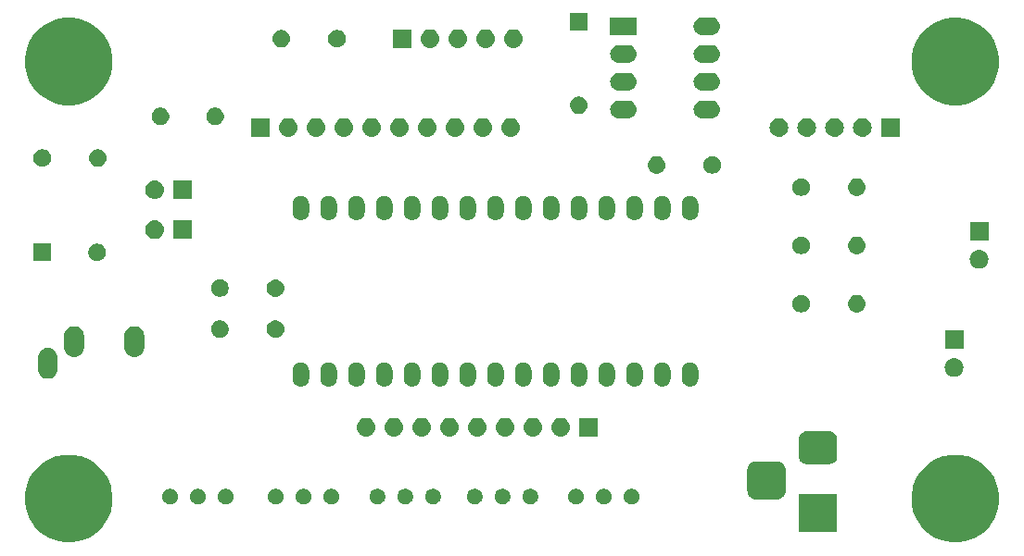
<source format=gbs>
G04 #@! TF.GenerationSoftware,KiCad,Pcbnew,5.0.2+dfsg1-1~bpo9+1*
G04 #@! TF.CreationDate,2022-10-20T11:28:44+02:00*
G04 #@! TF.ProjectId,nanosynth,6e616e6f-7379-46e7-9468-2e6b69636164,V.01*
G04 #@! TF.SameCoordinates,Original*
G04 #@! TF.FileFunction,Soldermask,Bot*
G04 #@! TF.FilePolarity,Negative*
%FSLAX46Y46*%
G04 Gerber Fmt 4.6, Leading zero omitted, Abs format (unit mm)*
G04 Created by KiCad (PCBNEW 5.0.2+dfsg1-1~bpo9+1) date Do 20 Okt 2022 11:28:44 CEST*
%MOMM*%
%LPD*%
G01*
G04 APERTURE LIST*
%ADD10C,0.100000*%
G04 APERTURE END LIST*
D10*
G36*
X153166757Y-112153718D02*
X153894710Y-112455246D01*
X154465152Y-112836403D01*
X154549854Y-112892999D01*
X155107001Y-113450146D01*
X155107003Y-113450149D01*
X155544754Y-114105290D01*
X155846282Y-114833243D01*
X155905643Y-115131669D01*
X156000000Y-115606033D01*
X156000000Y-116393967D01*
X155992294Y-116432706D01*
X155846282Y-117166757D01*
X155544754Y-117894710D01*
X155201666Y-118408178D01*
X155107001Y-118549854D01*
X154549854Y-119107001D01*
X154549851Y-119107003D01*
X153894710Y-119544754D01*
X153166757Y-119846282D01*
X152780361Y-119923141D01*
X152393967Y-120000000D01*
X151606033Y-120000000D01*
X151219639Y-119923141D01*
X150833243Y-119846282D01*
X150105290Y-119544754D01*
X149450149Y-119107003D01*
X149450146Y-119107001D01*
X148892999Y-118549854D01*
X148798334Y-118408178D01*
X148455246Y-117894710D01*
X148153718Y-117166757D01*
X148007706Y-116432706D01*
X148000000Y-116393967D01*
X148000000Y-115606033D01*
X148094357Y-115131669D01*
X148153718Y-114833243D01*
X148455246Y-114105290D01*
X148892997Y-113450149D01*
X148892999Y-113450146D01*
X149450146Y-112892999D01*
X149534848Y-112836403D01*
X150105290Y-112455246D01*
X150833243Y-112153718D01*
X151606033Y-112000000D01*
X152393967Y-112000000D01*
X153166757Y-112153718D01*
X153166757Y-112153718D01*
G37*
G36*
X72166757Y-112153718D02*
X72894710Y-112455246D01*
X73465152Y-112836403D01*
X73549854Y-112892999D01*
X74107001Y-113450146D01*
X74107003Y-113450149D01*
X74544754Y-114105290D01*
X74846282Y-114833243D01*
X74905643Y-115131669D01*
X75000000Y-115606033D01*
X75000000Y-116393967D01*
X74992294Y-116432706D01*
X74846282Y-117166757D01*
X74544754Y-117894710D01*
X74201666Y-118408178D01*
X74107001Y-118549854D01*
X73549854Y-119107001D01*
X73549851Y-119107003D01*
X72894710Y-119544754D01*
X72166757Y-119846282D01*
X71780361Y-119923141D01*
X71393967Y-120000000D01*
X70606033Y-120000000D01*
X70219639Y-119923141D01*
X69833243Y-119846282D01*
X69105290Y-119544754D01*
X68450149Y-119107003D01*
X68450146Y-119107001D01*
X67892999Y-118549854D01*
X67798334Y-118408178D01*
X67455246Y-117894710D01*
X67153718Y-117166757D01*
X67007706Y-116432706D01*
X67000000Y-116393967D01*
X67000000Y-115606033D01*
X67094357Y-115131669D01*
X67153718Y-114833243D01*
X67455246Y-114105290D01*
X67892997Y-113450149D01*
X67892999Y-113450146D01*
X68450146Y-112892999D01*
X68534848Y-112836403D01*
X69105290Y-112455246D01*
X69833243Y-112153718D01*
X70606033Y-112000000D01*
X71393967Y-112000000D01*
X72166757Y-112153718D01*
X72166757Y-112153718D01*
G37*
G36*
X141196000Y-119098000D02*
X137696000Y-119098000D01*
X137696000Y-115598000D01*
X141196000Y-115598000D01*
X141196000Y-119098000D01*
X141196000Y-119098000D01*
G37*
G36*
X90126015Y-115131668D02*
X90257049Y-115185944D01*
X90374975Y-115264740D01*
X90475260Y-115365025D01*
X90554056Y-115482951D01*
X90608332Y-115613985D01*
X90636000Y-115753085D01*
X90636000Y-115894915D01*
X90608332Y-116034015D01*
X90554056Y-116165049D01*
X90475260Y-116282975D01*
X90374975Y-116383260D01*
X90257049Y-116462056D01*
X90126015Y-116516332D01*
X89986915Y-116544000D01*
X89845085Y-116544000D01*
X89705985Y-116516332D01*
X89574951Y-116462056D01*
X89457025Y-116383260D01*
X89356740Y-116282975D01*
X89277944Y-116165049D01*
X89223668Y-116034015D01*
X89196000Y-115894915D01*
X89196000Y-115753085D01*
X89223668Y-115613985D01*
X89277944Y-115482951D01*
X89356740Y-115365025D01*
X89457025Y-115264740D01*
X89574951Y-115185944D01*
X89705985Y-115131668D01*
X89845085Y-115104000D01*
X89986915Y-115104000D01*
X90126015Y-115131668D01*
X90126015Y-115131668D01*
G37*
G36*
X104477015Y-115131668D02*
X104608049Y-115185944D01*
X104725975Y-115264740D01*
X104826260Y-115365025D01*
X104905056Y-115482951D01*
X104959332Y-115613985D01*
X104987000Y-115753085D01*
X104987000Y-115894915D01*
X104959332Y-116034015D01*
X104905056Y-116165049D01*
X104826260Y-116282975D01*
X104725975Y-116383260D01*
X104608049Y-116462056D01*
X104477015Y-116516332D01*
X104337915Y-116544000D01*
X104196085Y-116544000D01*
X104056985Y-116516332D01*
X103925951Y-116462056D01*
X103808025Y-116383260D01*
X103707740Y-116282975D01*
X103628944Y-116165049D01*
X103574668Y-116034015D01*
X103547000Y-115894915D01*
X103547000Y-115753085D01*
X103574668Y-115613985D01*
X103628944Y-115482951D01*
X103707740Y-115365025D01*
X103808025Y-115264740D01*
X103925951Y-115185944D01*
X104056985Y-115131668D01*
X104196085Y-115104000D01*
X104337915Y-115104000D01*
X104477015Y-115131668D01*
X104477015Y-115131668D01*
G37*
G36*
X101937015Y-115131668D02*
X102068049Y-115185944D01*
X102185975Y-115264740D01*
X102286260Y-115365025D01*
X102365056Y-115482951D01*
X102419332Y-115613985D01*
X102447000Y-115753085D01*
X102447000Y-115894915D01*
X102419332Y-116034015D01*
X102365056Y-116165049D01*
X102286260Y-116282975D01*
X102185975Y-116383260D01*
X102068049Y-116462056D01*
X101937015Y-116516332D01*
X101797915Y-116544000D01*
X101656085Y-116544000D01*
X101516985Y-116516332D01*
X101385951Y-116462056D01*
X101268025Y-116383260D01*
X101167740Y-116282975D01*
X101088944Y-116165049D01*
X101034668Y-116034015D01*
X101007000Y-115894915D01*
X101007000Y-115753085D01*
X101034668Y-115613985D01*
X101088944Y-115482951D01*
X101167740Y-115365025D01*
X101268025Y-115264740D01*
X101385951Y-115185944D01*
X101516985Y-115131668D01*
X101656085Y-115104000D01*
X101797915Y-115104000D01*
X101937015Y-115131668D01*
X101937015Y-115131668D01*
G37*
G36*
X99397015Y-115131668D02*
X99528049Y-115185944D01*
X99645975Y-115264740D01*
X99746260Y-115365025D01*
X99825056Y-115482951D01*
X99879332Y-115613985D01*
X99907000Y-115753085D01*
X99907000Y-115894915D01*
X99879332Y-116034015D01*
X99825056Y-116165049D01*
X99746260Y-116282975D01*
X99645975Y-116383260D01*
X99528049Y-116462056D01*
X99397015Y-116516332D01*
X99257915Y-116544000D01*
X99116085Y-116544000D01*
X98976985Y-116516332D01*
X98845951Y-116462056D01*
X98728025Y-116383260D01*
X98627740Y-116282975D01*
X98548944Y-116165049D01*
X98494668Y-116034015D01*
X98467000Y-115894915D01*
X98467000Y-115753085D01*
X98494668Y-115613985D01*
X98548944Y-115482951D01*
X98627740Y-115365025D01*
X98728025Y-115264740D01*
X98845951Y-115185944D01*
X98976985Y-115131668D01*
X99116085Y-115104000D01*
X99257915Y-115104000D01*
X99397015Y-115131668D01*
X99397015Y-115131668D01*
G37*
G36*
X108287015Y-115131668D02*
X108418049Y-115185944D01*
X108535975Y-115264740D01*
X108636260Y-115365025D01*
X108715056Y-115482951D01*
X108769332Y-115613985D01*
X108797000Y-115753085D01*
X108797000Y-115894915D01*
X108769332Y-116034015D01*
X108715056Y-116165049D01*
X108636260Y-116282975D01*
X108535975Y-116383260D01*
X108418049Y-116462056D01*
X108287015Y-116516332D01*
X108147915Y-116544000D01*
X108006085Y-116544000D01*
X107866985Y-116516332D01*
X107735951Y-116462056D01*
X107618025Y-116383260D01*
X107517740Y-116282975D01*
X107438944Y-116165049D01*
X107384668Y-116034015D01*
X107357000Y-115894915D01*
X107357000Y-115753085D01*
X107384668Y-115613985D01*
X107438944Y-115482951D01*
X107517740Y-115365025D01*
X107618025Y-115264740D01*
X107735951Y-115185944D01*
X107866985Y-115131668D01*
X108006085Y-115104000D01*
X108147915Y-115104000D01*
X108287015Y-115131668D01*
X108287015Y-115131668D01*
G37*
G36*
X110827015Y-115131668D02*
X110958049Y-115185944D01*
X111075975Y-115264740D01*
X111176260Y-115365025D01*
X111255056Y-115482951D01*
X111309332Y-115613985D01*
X111337000Y-115753085D01*
X111337000Y-115894915D01*
X111309332Y-116034015D01*
X111255056Y-116165049D01*
X111176260Y-116282975D01*
X111075975Y-116383260D01*
X110958049Y-116462056D01*
X110827015Y-116516332D01*
X110687915Y-116544000D01*
X110546085Y-116544000D01*
X110406985Y-116516332D01*
X110275951Y-116462056D01*
X110158025Y-116383260D01*
X110057740Y-116282975D01*
X109978944Y-116165049D01*
X109924668Y-116034015D01*
X109897000Y-115894915D01*
X109897000Y-115753085D01*
X109924668Y-115613985D01*
X109978944Y-115482951D01*
X110057740Y-115365025D01*
X110158025Y-115264740D01*
X110275951Y-115185944D01*
X110406985Y-115131668D01*
X110546085Y-115104000D01*
X110687915Y-115104000D01*
X110827015Y-115131668D01*
X110827015Y-115131668D01*
G37*
G36*
X113367015Y-115131668D02*
X113498049Y-115185944D01*
X113615975Y-115264740D01*
X113716260Y-115365025D01*
X113795056Y-115482951D01*
X113849332Y-115613985D01*
X113877000Y-115753085D01*
X113877000Y-115894915D01*
X113849332Y-116034015D01*
X113795056Y-116165049D01*
X113716260Y-116282975D01*
X113615975Y-116383260D01*
X113498049Y-116462056D01*
X113367015Y-116516332D01*
X113227915Y-116544000D01*
X113086085Y-116544000D01*
X112946985Y-116516332D01*
X112815951Y-116462056D01*
X112698025Y-116383260D01*
X112597740Y-116282975D01*
X112518944Y-116165049D01*
X112464668Y-116034015D01*
X112437000Y-115894915D01*
X112437000Y-115753085D01*
X112464668Y-115613985D01*
X112518944Y-115482951D01*
X112597740Y-115365025D01*
X112698025Y-115264740D01*
X112815951Y-115185944D01*
X112946985Y-115131668D01*
X113086085Y-115104000D01*
X113227915Y-115104000D01*
X113367015Y-115131668D01*
X113367015Y-115131668D01*
G37*
G36*
X95206015Y-115131668D02*
X95337049Y-115185944D01*
X95454975Y-115264740D01*
X95555260Y-115365025D01*
X95634056Y-115482951D01*
X95688332Y-115613985D01*
X95716000Y-115753085D01*
X95716000Y-115894915D01*
X95688332Y-116034015D01*
X95634056Y-116165049D01*
X95555260Y-116282975D01*
X95454975Y-116383260D01*
X95337049Y-116462056D01*
X95206015Y-116516332D01*
X95066915Y-116544000D01*
X94925085Y-116544000D01*
X94785985Y-116516332D01*
X94654951Y-116462056D01*
X94537025Y-116383260D01*
X94436740Y-116282975D01*
X94357944Y-116165049D01*
X94303668Y-116034015D01*
X94276000Y-115894915D01*
X94276000Y-115753085D01*
X94303668Y-115613985D01*
X94357944Y-115482951D01*
X94436740Y-115365025D01*
X94537025Y-115264740D01*
X94654951Y-115185944D01*
X94785985Y-115131668D01*
X94925085Y-115104000D01*
X95066915Y-115104000D01*
X95206015Y-115131668D01*
X95206015Y-115131668D01*
G37*
G36*
X80474015Y-115131668D02*
X80605049Y-115185944D01*
X80722975Y-115264740D01*
X80823260Y-115365025D01*
X80902056Y-115482951D01*
X80956332Y-115613985D01*
X80984000Y-115753085D01*
X80984000Y-115894915D01*
X80956332Y-116034015D01*
X80902056Y-116165049D01*
X80823260Y-116282975D01*
X80722975Y-116383260D01*
X80605049Y-116462056D01*
X80474015Y-116516332D01*
X80334915Y-116544000D01*
X80193085Y-116544000D01*
X80053985Y-116516332D01*
X79922951Y-116462056D01*
X79805025Y-116383260D01*
X79704740Y-116282975D01*
X79625944Y-116165049D01*
X79571668Y-116034015D01*
X79544000Y-115894915D01*
X79544000Y-115753085D01*
X79571668Y-115613985D01*
X79625944Y-115482951D01*
X79704740Y-115365025D01*
X79805025Y-115264740D01*
X79922951Y-115185944D01*
X80053985Y-115131668D01*
X80193085Y-115104000D01*
X80334915Y-115104000D01*
X80474015Y-115131668D01*
X80474015Y-115131668D01*
G37*
G36*
X117558015Y-115131668D02*
X117689049Y-115185944D01*
X117806975Y-115264740D01*
X117907260Y-115365025D01*
X117986056Y-115482951D01*
X118040332Y-115613985D01*
X118068000Y-115753085D01*
X118068000Y-115894915D01*
X118040332Y-116034015D01*
X117986056Y-116165049D01*
X117907260Y-116282975D01*
X117806975Y-116383260D01*
X117689049Y-116462056D01*
X117558015Y-116516332D01*
X117418915Y-116544000D01*
X117277085Y-116544000D01*
X117137985Y-116516332D01*
X117006951Y-116462056D01*
X116889025Y-116383260D01*
X116788740Y-116282975D01*
X116709944Y-116165049D01*
X116655668Y-116034015D01*
X116628000Y-115894915D01*
X116628000Y-115753085D01*
X116655668Y-115613985D01*
X116709944Y-115482951D01*
X116788740Y-115365025D01*
X116889025Y-115264740D01*
X117006951Y-115185944D01*
X117137985Y-115131668D01*
X117277085Y-115104000D01*
X117418915Y-115104000D01*
X117558015Y-115131668D01*
X117558015Y-115131668D01*
G37*
G36*
X120098015Y-115131668D02*
X120229049Y-115185944D01*
X120346975Y-115264740D01*
X120447260Y-115365025D01*
X120526056Y-115482951D01*
X120580332Y-115613985D01*
X120608000Y-115753085D01*
X120608000Y-115894915D01*
X120580332Y-116034015D01*
X120526056Y-116165049D01*
X120447260Y-116282975D01*
X120346975Y-116383260D01*
X120229049Y-116462056D01*
X120098015Y-116516332D01*
X119958915Y-116544000D01*
X119817085Y-116544000D01*
X119677985Y-116516332D01*
X119546951Y-116462056D01*
X119429025Y-116383260D01*
X119328740Y-116282975D01*
X119249944Y-116165049D01*
X119195668Y-116034015D01*
X119168000Y-115894915D01*
X119168000Y-115753085D01*
X119195668Y-115613985D01*
X119249944Y-115482951D01*
X119328740Y-115365025D01*
X119429025Y-115264740D01*
X119546951Y-115185944D01*
X119677985Y-115131668D01*
X119817085Y-115104000D01*
X119958915Y-115104000D01*
X120098015Y-115131668D01*
X120098015Y-115131668D01*
G37*
G36*
X122638015Y-115131668D02*
X122769049Y-115185944D01*
X122886975Y-115264740D01*
X122987260Y-115365025D01*
X123066056Y-115482951D01*
X123120332Y-115613985D01*
X123148000Y-115753085D01*
X123148000Y-115894915D01*
X123120332Y-116034015D01*
X123066056Y-116165049D01*
X122987260Y-116282975D01*
X122886975Y-116383260D01*
X122769049Y-116462056D01*
X122638015Y-116516332D01*
X122498915Y-116544000D01*
X122357085Y-116544000D01*
X122217985Y-116516332D01*
X122086951Y-116462056D01*
X121969025Y-116383260D01*
X121868740Y-116282975D01*
X121789944Y-116165049D01*
X121735668Y-116034015D01*
X121708000Y-115894915D01*
X121708000Y-115753085D01*
X121735668Y-115613985D01*
X121789944Y-115482951D01*
X121868740Y-115365025D01*
X121969025Y-115264740D01*
X122086951Y-115185944D01*
X122217985Y-115131668D01*
X122357085Y-115104000D01*
X122498915Y-115104000D01*
X122638015Y-115131668D01*
X122638015Y-115131668D01*
G37*
G36*
X85554015Y-115131668D02*
X85685049Y-115185944D01*
X85802975Y-115264740D01*
X85903260Y-115365025D01*
X85982056Y-115482951D01*
X86036332Y-115613985D01*
X86064000Y-115753085D01*
X86064000Y-115894915D01*
X86036332Y-116034015D01*
X85982056Y-116165049D01*
X85903260Y-116282975D01*
X85802975Y-116383260D01*
X85685049Y-116462056D01*
X85554015Y-116516332D01*
X85414915Y-116544000D01*
X85273085Y-116544000D01*
X85133985Y-116516332D01*
X85002951Y-116462056D01*
X84885025Y-116383260D01*
X84784740Y-116282975D01*
X84705944Y-116165049D01*
X84651668Y-116034015D01*
X84624000Y-115894915D01*
X84624000Y-115753085D01*
X84651668Y-115613985D01*
X84705944Y-115482951D01*
X84784740Y-115365025D01*
X84885025Y-115264740D01*
X85002951Y-115185944D01*
X85133985Y-115131668D01*
X85273085Y-115104000D01*
X85414915Y-115104000D01*
X85554015Y-115131668D01*
X85554015Y-115131668D01*
G37*
G36*
X83014015Y-115131668D02*
X83145049Y-115185944D01*
X83262975Y-115264740D01*
X83363260Y-115365025D01*
X83442056Y-115482951D01*
X83496332Y-115613985D01*
X83524000Y-115753085D01*
X83524000Y-115894915D01*
X83496332Y-116034015D01*
X83442056Y-116165049D01*
X83363260Y-116282975D01*
X83262975Y-116383260D01*
X83145049Y-116462056D01*
X83014015Y-116516332D01*
X82874915Y-116544000D01*
X82733085Y-116544000D01*
X82593985Y-116516332D01*
X82462951Y-116462056D01*
X82345025Y-116383260D01*
X82244740Y-116282975D01*
X82165944Y-116165049D01*
X82111668Y-116034015D01*
X82084000Y-115894915D01*
X82084000Y-115753085D01*
X82111668Y-115613985D01*
X82165944Y-115482951D01*
X82244740Y-115365025D01*
X82345025Y-115264740D01*
X82462951Y-115185944D01*
X82593985Y-115131668D01*
X82733085Y-115104000D01*
X82874915Y-115104000D01*
X83014015Y-115131668D01*
X83014015Y-115131668D01*
G37*
G36*
X92666015Y-115131668D02*
X92797049Y-115185944D01*
X92914975Y-115264740D01*
X93015260Y-115365025D01*
X93094056Y-115482951D01*
X93148332Y-115613985D01*
X93176000Y-115753085D01*
X93176000Y-115894915D01*
X93148332Y-116034015D01*
X93094056Y-116165049D01*
X93015260Y-116282975D01*
X92914975Y-116383260D01*
X92797049Y-116462056D01*
X92666015Y-116516332D01*
X92526915Y-116544000D01*
X92385085Y-116544000D01*
X92245985Y-116516332D01*
X92114951Y-116462056D01*
X91997025Y-116383260D01*
X91896740Y-116282975D01*
X91817944Y-116165049D01*
X91763668Y-116034015D01*
X91736000Y-115894915D01*
X91736000Y-115753085D01*
X91763668Y-115613985D01*
X91817944Y-115482951D01*
X91896740Y-115365025D01*
X91997025Y-115264740D01*
X92114951Y-115185944D01*
X92245985Y-115131668D01*
X92385085Y-115104000D01*
X92526915Y-115104000D01*
X92666015Y-115131668D01*
X92666015Y-115131668D01*
G37*
G36*
X135841891Y-112614205D02*
X135994200Y-112660407D01*
X136134567Y-112735435D01*
X136257597Y-112836403D01*
X136358565Y-112959433D01*
X136433593Y-113099800D01*
X136479795Y-113252109D01*
X136496000Y-113416640D01*
X136496000Y-115279360D01*
X136479795Y-115443891D01*
X136433593Y-115596200D01*
X136358565Y-115736567D01*
X136257597Y-115859597D01*
X136134567Y-115960565D01*
X135994200Y-116035593D01*
X135841891Y-116081795D01*
X135677360Y-116098000D01*
X133814640Y-116098000D01*
X133650109Y-116081795D01*
X133497800Y-116035593D01*
X133357433Y-115960565D01*
X133234403Y-115859597D01*
X133133435Y-115736567D01*
X133058407Y-115596200D01*
X133012205Y-115443891D01*
X132996000Y-115279360D01*
X132996000Y-113416640D01*
X133012205Y-113252109D01*
X133058407Y-113099800D01*
X133133435Y-112959433D01*
X133234403Y-112836403D01*
X133357433Y-112735435D01*
X133497800Y-112660407D01*
X133650109Y-112614205D01*
X133814640Y-112598000D01*
X135677360Y-112598000D01*
X135841891Y-112614205D01*
X135841891Y-112614205D01*
G37*
G36*
X140642508Y-109861803D02*
X140771363Y-109900891D01*
X140890119Y-109964367D01*
X140994208Y-110049792D01*
X141079633Y-110153881D01*
X141143109Y-110272637D01*
X141182197Y-110401492D01*
X141196000Y-110541640D01*
X141196000Y-112154360D01*
X141182197Y-112294508D01*
X141143109Y-112423363D01*
X141079633Y-112542119D01*
X140994208Y-112646208D01*
X140890119Y-112731633D01*
X140771363Y-112795109D01*
X140642508Y-112834197D01*
X140502360Y-112848000D01*
X138389640Y-112848000D01*
X138249492Y-112834197D01*
X138120637Y-112795109D01*
X138001881Y-112731633D01*
X137897792Y-112646208D01*
X137812367Y-112542119D01*
X137748891Y-112423363D01*
X137709803Y-112294508D01*
X137696000Y-112154360D01*
X137696000Y-110541640D01*
X137709803Y-110401492D01*
X137748891Y-110272637D01*
X137812367Y-110153881D01*
X137897792Y-110049792D01*
X138001881Y-109964367D01*
X138120637Y-109900891D01*
X138249492Y-109861803D01*
X138389640Y-109848000D01*
X140502360Y-109848000D01*
X140642508Y-109861803D01*
X140642508Y-109861803D01*
G37*
G36*
X116117630Y-108636299D02*
X116277855Y-108684903D01*
X116425520Y-108763831D01*
X116554949Y-108870051D01*
X116661169Y-108999480D01*
X116740097Y-109147145D01*
X116788701Y-109307370D01*
X116805112Y-109474000D01*
X116788701Y-109640630D01*
X116740097Y-109800855D01*
X116661169Y-109948520D01*
X116554949Y-110077949D01*
X116425520Y-110184169D01*
X116277855Y-110263097D01*
X116117630Y-110311701D01*
X115992752Y-110324000D01*
X115909248Y-110324000D01*
X115784370Y-110311701D01*
X115624145Y-110263097D01*
X115476480Y-110184169D01*
X115347051Y-110077949D01*
X115240831Y-109948520D01*
X115161903Y-109800855D01*
X115113299Y-109640630D01*
X115096888Y-109474000D01*
X115113299Y-109307370D01*
X115161903Y-109147145D01*
X115240831Y-108999480D01*
X115347051Y-108870051D01*
X115476480Y-108763831D01*
X115624145Y-108684903D01*
X115784370Y-108636299D01*
X115909248Y-108624000D01*
X115992752Y-108624000D01*
X116117630Y-108636299D01*
X116117630Y-108636299D01*
G37*
G36*
X98337630Y-108636299D02*
X98497855Y-108684903D01*
X98645520Y-108763831D01*
X98774949Y-108870051D01*
X98881169Y-108999480D01*
X98960097Y-109147145D01*
X99008701Y-109307370D01*
X99025112Y-109474000D01*
X99008701Y-109640630D01*
X98960097Y-109800855D01*
X98881169Y-109948520D01*
X98774949Y-110077949D01*
X98645520Y-110184169D01*
X98497855Y-110263097D01*
X98337630Y-110311701D01*
X98212752Y-110324000D01*
X98129248Y-110324000D01*
X98004370Y-110311701D01*
X97844145Y-110263097D01*
X97696480Y-110184169D01*
X97567051Y-110077949D01*
X97460831Y-109948520D01*
X97381903Y-109800855D01*
X97333299Y-109640630D01*
X97316888Y-109474000D01*
X97333299Y-109307370D01*
X97381903Y-109147145D01*
X97460831Y-108999480D01*
X97567051Y-108870051D01*
X97696480Y-108763831D01*
X97844145Y-108684903D01*
X98004370Y-108636299D01*
X98129248Y-108624000D01*
X98212752Y-108624000D01*
X98337630Y-108636299D01*
X98337630Y-108636299D01*
G37*
G36*
X100877630Y-108636299D02*
X101037855Y-108684903D01*
X101185520Y-108763831D01*
X101314949Y-108870051D01*
X101421169Y-108999480D01*
X101500097Y-109147145D01*
X101548701Y-109307370D01*
X101565112Y-109474000D01*
X101548701Y-109640630D01*
X101500097Y-109800855D01*
X101421169Y-109948520D01*
X101314949Y-110077949D01*
X101185520Y-110184169D01*
X101037855Y-110263097D01*
X100877630Y-110311701D01*
X100752752Y-110324000D01*
X100669248Y-110324000D01*
X100544370Y-110311701D01*
X100384145Y-110263097D01*
X100236480Y-110184169D01*
X100107051Y-110077949D01*
X100000831Y-109948520D01*
X99921903Y-109800855D01*
X99873299Y-109640630D01*
X99856888Y-109474000D01*
X99873299Y-109307370D01*
X99921903Y-109147145D01*
X100000831Y-108999480D01*
X100107051Y-108870051D01*
X100236480Y-108763831D01*
X100384145Y-108684903D01*
X100544370Y-108636299D01*
X100669248Y-108624000D01*
X100752752Y-108624000D01*
X100877630Y-108636299D01*
X100877630Y-108636299D01*
G37*
G36*
X103417630Y-108636299D02*
X103577855Y-108684903D01*
X103725520Y-108763831D01*
X103854949Y-108870051D01*
X103961169Y-108999480D01*
X104040097Y-109147145D01*
X104088701Y-109307370D01*
X104105112Y-109474000D01*
X104088701Y-109640630D01*
X104040097Y-109800855D01*
X103961169Y-109948520D01*
X103854949Y-110077949D01*
X103725520Y-110184169D01*
X103577855Y-110263097D01*
X103417630Y-110311701D01*
X103292752Y-110324000D01*
X103209248Y-110324000D01*
X103084370Y-110311701D01*
X102924145Y-110263097D01*
X102776480Y-110184169D01*
X102647051Y-110077949D01*
X102540831Y-109948520D01*
X102461903Y-109800855D01*
X102413299Y-109640630D01*
X102396888Y-109474000D01*
X102413299Y-109307370D01*
X102461903Y-109147145D01*
X102540831Y-108999480D01*
X102647051Y-108870051D01*
X102776480Y-108763831D01*
X102924145Y-108684903D01*
X103084370Y-108636299D01*
X103209248Y-108624000D01*
X103292752Y-108624000D01*
X103417630Y-108636299D01*
X103417630Y-108636299D01*
G37*
G36*
X105957630Y-108636299D02*
X106117855Y-108684903D01*
X106265520Y-108763831D01*
X106394949Y-108870051D01*
X106501169Y-108999480D01*
X106580097Y-109147145D01*
X106628701Y-109307370D01*
X106645112Y-109474000D01*
X106628701Y-109640630D01*
X106580097Y-109800855D01*
X106501169Y-109948520D01*
X106394949Y-110077949D01*
X106265520Y-110184169D01*
X106117855Y-110263097D01*
X105957630Y-110311701D01*
X105832752Y-110324000D01*
X105749248Y-110324000D01*
X105624370Y-110311701D01*
X105464145Y-110263097D01*
X105316480Y-110184169D01*
X105187051Y-110077949D01*
X105080831Y-109948520D01*
X105001903Y-109800855D01*
X104953299Y-109640630D01*
X104936888Y-109474000D01*
X104953299Y-109307370D01*
X105001903Y-109147145D01*
X105080831Y-108999480D01*
X105187051Y-108870051D01*
X105316480Y-108763831D01*
X105464145Y-108684903D01*
X105624370Y-108636299D01*
X105749248Y-108624000D01*
X105832752Y-108624000D01*
X105957630Y-108636299D01*
X105957630Y-108636299D01*
G37*
G36*
X108497630Y-108636299D02*
X108657855Y-108684903D01*
X108805520Y-108763831D01*
X108934949Y-108870051D01*
X109041169Y-108999480D01*
X109120097Y-109147145D01*
X109168701Y-109307370D01*
X109185112Y-109474000D01*
X109168701Y-109640630D01*
X109120097Y-109800855D01*
X109041169Y-109948520D01*
X108934949Y-110077949D01*
X108805520Y-110184169D01*
X108657855Y-110263097D01*
X108497630Y-110311701D01*
X108372752Y-110324000D01*
X108289248Y-110324000D01*
X108164370Y-110311701D01*
X108004145Y-110263097D01*
X107856480Y-110184169D01*
X107727051Y-110077949D01*
X107620831Y-109948520D01*
X107541903Y-109800855D01*
X107493299Y-109640630D01*
X107476888Y-109474000D01*
X107493299Y-109307370D01*
X107541903Y-109147145D01*
X107620831Y-108999480D01*
X107727051Y-108870051D01*
X107856480Y-108763831D01*
X108004145Y-108684903D01*
X108164370Y-108636299D01*
X108289248Y-108624000D01*
X108372752Y-108624000D01*
X108497630Y-108636299D01*
X108497630Y-108636299D01*
G37*
G36*
X111037630Y-108636299D02*
X111197855Y-108684903D01*
X111345520Y-108763831D01*
X111474949Y-108870051D01*
X111581169Y-108999480D01*
X111660097Y-109147145D01*
X111708701Y-109307370D01*
X111725112Y-109474000D01*
X111708701Y-109640630D01*
X111660097Y-109800855D01*
X111581169Y-109948520D01*
X111474949Y-110077949D01*
X111345520Y-110184169D01*
X111197855Y-110263097D01*
X111037630Y-110311701D01*
X110912752Y-110324000D01*
X110829248Y-110324000D01*
X110704370Y-110311701D01*
X110544145Y-110263097D01*
X110396480Y-110184169D01*
X110267051Y-110077949D01*
X110160831Y-109948520D01*
X110081903Y-109800855D01*
X110033299Y-109640630D01*
X110016888Y-109474000D01*
X110033299Y-109307370D01*
X110081903Y-109147145D01*
X110160831Y-108999480D01*
X110267051Y-108870051D01*
X110396480Y-108763831D01*
X110544145Y-108684903D01*
X110704370Y-108636299D01*
X110829248Y-108624000D01*
X110912752Y-108624000D01*
X111037630Y-108636299D01*
X111037630Y-108636299D01*
G37*
G36*
X113577630Y-108636299D02*
X113737855Y-108684903D01*
X113885520Y-108763831D01*
X114014949Y-108870051D01*
X114121169Y-108999480D01*
X114200097Y-109147145D01*
X114248701Y-109307370D01*
X114265112Y-109474000D01*
X114248701Y-109640630D01*
X114200097Y-109800855D01*
X114121169Y-109948520D01*
X114014949Y-110077949D01*
X113885520Y-110184169D01*
X113737855Y-110263097D01*
X113577630Y-110311701D01*
X113452752Y-110324000D01*
X113369248Y-110324000D01*
X113244370Y-110311701D01*
X113084145Y-110263097D01*
X112936480Y-110184169D01*
X112807051Y-110077949D01*
X112700831Y-109948520D01*
X112621903Y-109800855D01*
X112573299Y-109640630D01*
X112556888Y-109474000D01*
X112573299Y-109307370D01*
X112621903Y-109147145D01*
X112700831Y-108999480D01*
X112807051Y-108870051D01*
X112936480Y-108763831D01*
X113084145Y-108684903D01*
X113244370Y-108636299D01*
X113369248Y-108624000D01*
X113452752Y-108624000D01*
X113577630Y-108636299D01*
X113577630Y-108636299D01*
G37*
G36*
X119341000Y-110324000D02*
X117641000Y-110324000D01*
X117641000Y-108624000D01*
X119341000Y-108624000D01*
X119341000Y-110324000D01*
X119341000Y-110324000D01*
G37*
G36*
X99971378Y-103559206D02*
X100067136Y-103588254D01*
X100115016Y-103602778D01*
X100163299Y-103628586D01*
X100247392Y-103673535D01*
X100363422Y-103768758D01*
X100458645Y-103884788D01*
X100503594Y-103968881D01*
X100529402Y-104017164D01*
X100529788Y-104018437D01*
X100572974Y-104160802D01*
X100584000Y-104272754D01*
X100584000Y-105023246D01*
X100572974Y-105135198D01*
X100543926Y-105230956D01*
X100529402Y-105278836D01*
X100503594Y-105327119D01*
X100458645Y-105411212D01*
X100458643Y-105411214D01*
X100363425Y-105527239D01*
X100363423Y-105527240D01*
X100363422Y-105527242D01*
X100247391Y-105622465D01*
X100181203Y-105657843D01*
X100115015Y-105693222D01*
X100067135Y-105707746D01*
X99971377Y-105736794D01*
X99822000Y-105751506D01*
X99672622Y-105736794D01*
X99576864Y-105707746D01*
X99528984Y-105693222D01*
X99480701Y-105667414D01*
X99396608Y-105622465D01*
X99350196Y-105584376D01*
X99280581Y-105527245D01*
X99280580Y-105527243D01*
X99280578Y-105527242D01*
X99185355Y-105411211D01*
X99114599Y-105278836D01*
X99114598Y-105278835D01*
X99100074Y-105230955D01*
X99071026Y-105135197D01*
X99060000Y-105023245D01*
X99060000Y-104272754D01*
X99071026Y-104160802D01*
X99114213Y-104018437D01*
X99114598Y-104017167D01*
X99116825Y-104013000D01*
X99185356Y-103884788D01*
X99280579Y-103768758D01*
X99396609Y-103673535D01*
X99480702Y-103628586D01*
X99528985Y-103602778D01*
X99576865Y-103588254D01*
X99672623Y-103559206D01*
X99822000Y-103544494D01*
X99971378Y-103559206D01*
X99971378Y-103559206D01*
G37*
G36*
X97431378Y-103559206D02*
X97527136Y-103588254D01*
X97575016Y-103602778D01*
X97623299Y-103628586D01*
X97707392Y-103673535D01*
X97823422Y-103768758D01*
X97918645Y-103884788D01*
X97963594Y-103968881D01*
X97989402Y-104017164D01*
X97989788Y-104018437D01*
X98032974Y-104160802D01*
X98044000Y-104272754D01*
X98044000Y-105023246D01*
X98032974Y-105135198D01*
X98003926Y-105230956D01*
X97989402Y-105278836D01*
X97963594Y-105327119D01*
X97918645Y-105411212D01*
X97918643Y-105411214D01*
X97823425Y-105527239D01*
X97823423Y-105527240D01*
X97823422Y-105527242D01*
X97707391Y-105622465D01*
X97641203Y-105657843D01*
X97575015Y-105693222D01*
X97527135Y-105707746D01*
X97431377Y-105736794D01*
X97282000Y-105751506D01*
X97132622Y-105736794D01*
X97036864Y-105707746D01*
X96988984Y-105693222D01*
X96940701Y-105667414D01*
X96856608Y-105622465D01*
X96810196Y-105584376D01*
X96740581Y-105527245D01*
X96740580Y-105527243D01*
X96740578Y-105527242D01*
X96645355Y-105411211D01*
X96574599Y-105278836D01*
X96574598Y-105278835D01*
X96560074Y-105230955D01*
X96531026Y-105135197D01*
X96520000Y-105023245D01*
X96520000Y-104272754D01*
X96531026Y-104160802D01*
X96574213Y-104018437D01*
X96574598Y-104017167D01*
X96576825Y-104013000D01*
X96645356Y-103884788D01*
X96740579Y-103768758D01*
X96856609Y-103673535D01*
X96940702Y-103628586D01*
X96988985Y-103602778D01*
X97036865Y-103588254D01*
X97132623Y-103559206D01*
X97282000Y-103544494D01*
X97431378Y-103559206D01*
X97431378Y-103559206D01*
G37*
G36*
X92351378Y-103559206D02*
X92447136Y-103588254D01*
X92495016Y-103602778D01*
X92543299Y-103628586D01*
X92627392Y-103673535D01*
X92743422Y-103768758D01*
X92838645Y-103884788D01*
X92883594Y-103968881D01*
X92909402Y-104017164D01*
X92909788Y-104018437D01*
X92952974Y-104160802D01*
X92964000Y-104272754D01*
X92964000Y-105023246D01*
X92952974Y-105135198D01*
X92923926Y-105230956D01*
X92909402Y-105278836D01*
X92883594Y-105327119D01*
X92838645Y-105411212D01*
X92838643Y-105411214D01*
X92743425Y-105527239D01*
X92743423Y-105527240D01*
X92743422Y-105527242D01*
X92627391Y-105622465D01*
X92561203Y-105657843D01*
X92495015Y-105693222D01*
X92447135Y-105707746D01*
X92351377Y-105736794D01*
X92202000Y-105751506D01*
X92052622Y-105736794D01*
X91956864Y-105707746D01*
X91908984Y-105693222D01*
X91860701Y-105667414D01*
X91776608Y-105622465D01*
X91730196Y-105584376D01*
X91660581Y-105527245D01*
X91660580Y-105527243D01*
X91660578Y-105527242D01*
X91565355Y-105411211D01*
X91494599Y-105278836D01*
X91494598Y-105278835D01*
X91480074Y-105230955D01*
X91451026Y-105135197D01*
X91440000Y-105023245D01*
X91440000Y-104272754D01*
X91451026Y-104160802D01*
X91494213Y-104018437D01*
X91494598Y-104017167D01*
X91496825Y-104013000D01*
X91565356Y-103884788D01*
X91660579Y-103768758D01*
X91776609Y-103673535D01*
X91860702Y-103628586D01*
X91908985Y-103602778D01*
X91956865Y-103588254D01*
X92052623Y-103559206D01*
X92202000Y-103544494D01*
X92351378Y-103559206D01*
X92351378Y-103559206D01*
G37*
G36*
X94891378Y-103559206D02*
X94987136Y-103588254D01*
X95035016Y-103602778D01*
X95083299Y-103628586D01*
X95167392Y-103673535D01*
X95283422Y-103768758D01*
X95378645Y-103884788D01*
X95423594Y-103968881D01*
X95449402Y-104017164D01*
X95449788Y-104018437D01*
X95492974Y-104160802D01*
X95504000Y-104272754D01*
X95504000Y-105023246D01*
X95492974Y-105135198D01*
X95463926Y-105230956D01*
X95449402Y-105278836D01*
X95423594Y-105327119D01*
X95378645Y-105411212D01*
X95378643Y-105411214D01*
X95283425Y-105527239D01*
X95283423Y-105527240D01*
X95283422Y-105527242D01*
X95167391Y-105622465D01*
X95101203Y-105657843D01*
X95035015Y-105693222D01*
X94987135Y-105707746D01*
X94891377Y-105736794D01*
X94742000Y-105751506D01*
X94592622Y-105736794D01*
X94496864Y-105707746D01*
X94448984Y-105693222D01*
X94400701Y-105667414D01*
X94316608Y-105622465D01*
X94270196Y-105584376D01*
X94200581Y-105527245D01*
X94200580Y-105527243D01*
X94200578Y-105527242D01*
X94105355Y-105411211D01*
X94034599Y-105278836D01*
X94034598Y-105278835D01*
X94020074Y-105230955D01*
X93991026Y-105135197D01*
X93980000Y-105023245D01*
X93980000Y-104272754D01*
X93991026Y-104160802D01*
X94034213Y-104018437D01*
X94034598Y-104017167D01*
X94036825Y-104013000D01*
X94105356Y-103884788D01*
X94200579Y-103768758D01*
X94316609Y-103673535D01*
X94400702Y-103628586D01*
X94448985Y-103602778D01*
X94496865Y-103588254D01*
X94592623Y-103559206D01*
X94742000Y-103544494D01*
X94891378Y-103559206D01*
X94891378Y-103559206D01*
G37*
G36*
X102511378Y-103560476D02*
X102607136Y-103589524D01*
X102655016Y-103604048D01*
X102703299Y-103629856D01*
X102787392Y-103674805D01*
X102903422Y-103770028D01*
X102998645Y-103886058D01*
X103043594Y-103970151D01*
X103069402Y-104018434D01*
X103069402Y-104018435D01*
X103112974Y-104162072D01*
X103124000Y-104274024D01*
X103124000Y-105021976D01*
X103112974Y-105133928D01*
X103083926Y-105229686D01*
X103069402Y-105277566D01*
X103068723Y-105278836D01*
X102998645Y-105409942D01*
X102997601Y-105411214D01*
X102903425Y-105525969D01*
X102903423Y-105525970D01*
X102903422Y-105525972D01*
X102787391Y-105621195D01*
X102721203Y-105656573D01*
X102655015Y-105691952D01*
X102607135Y-105706476D01*
X102511377Y-105735524D01*
X102362000Y-105750236D01*
X102212622Y-105735524D01*
X102116864Y-105706476D01*
X102068984Y-105691952D01*
X102020701Y-105666144D01*
X101936608Y-105621195D01*
X101822129Y-105527245D01*
X101820581Y-105525975D01*
X101820580Y-105525973D01*
X101820578Y-105525972D01*
X101725355Y-105409941D01*
X101689976Y-105343752D01*
X101654598Y-105277565D01*
X101611412Y-105135198D01*
X101611026Y-105133927D01*
X101600000Y-105021975D01*
X101600000Y-104274024D01*
X101611026Y-104162072D01*
X101611026Y-104162071D01*
X101654598Y-104018437D01*
X101657504Y-104013000D01*
X101725356Y-103886058D01*
X101820579Y-103770028D01*
X101936609Y-103674805D01*
X102020702Y-103629856D01*
X102068985Y-103604048D01*
X102116865Y-103589524D01*
X102212623Y-103560476D01*
X102362000Y-103545764D01*
X102511378Y-103560476D01*
X102511378Y-103560476D01*
G37*
G36*
X105051378Y-103560476D02*
X105147136Y-103589524D01*
X105195016Y-103604048D01*
X105243299Y-103629856D01*
X105327392Y-103674805D01*
X105443422Y-103770028D01*
X105538645Y-103886058D01*
X105583594Y-103970151D01*
X105609402Y-104018434D01*
X105609402Y-104018435D01*
X105652974Y-104162072D01*
X105664000Y-104274024D01*
X105664000Y-105021976D01*
X105652974Y-105133928D01*
X105623926Y-105229686D01*
X105609402Y-105277566D01*
X105608723Y-105278836D01*
X105538645Y-105409942D01*
X105537601Y-105411214D01*
X105443425Y-105525969D01*
X105443423Y-105525970D01*
X105443422Y-105525972D01*
X105327391Y-105621195D01*
X105261203Y-105656573D01*
X105195015Y-105691952D01*
X105147135Y-105706476D01*
X105051377Y-105735524D01*
X104902000Y-105750236D01*
X104752622Y-105735524D01*
X104656864Y-105706476D01*
X104608984Y-105691952D01*
X104560701Y-105666144D01*
X104476608Y-105621195D01*
X104362129Y-105527245D01*
X104360581Y-105525975D01*
X104360580Y-105525973D01*
X104360578Y-105525972D01*
X104265355Y-105409941D01*
X104229976Y-105343752D01*
X104194598Y-105277565D01*
X104151412Y-105135198D01*
X104151026Y-105133927D01*
X104140000Y-105021975D01*
X104140000Y-104274024D01*
X104151026Y-104162072D01*
X104151026Y-104162071D01*
X104194598Y-104018437D01*
X104197504Y-104013000D01*
X104265356Y-103886058D01*
X104360579Y-103770028D01*
X104476609Y-103674805D01*
X104560702Y-103629856D01*
X104608985Y-103604048D01*
X104656865Y-103589524D01*
X104752623Y-103560476D01*
X104902000Y-103545764D01*
X105051378Y-103560476D01*
X105051378Y-103560476D01*
G37*
G36*
X107591378Y-103560476D02*
X107687136Y-103589524D01*
X107735016Y-103604048D01*
X107783299Y-103629856D01*
X107867392Y-103674805D01*
X107983422Y-103770028D01*
X108078645Y-103886058D01*
X108123594Y-103970151D01*
X108149402Y-104018434D01*
X108149402Y-104018435D01*
X108192974Y-104162072D01*
X108204000Y-104274024D01*
X108204000Y-105021976D01*
X108192974Y-105133928D01*
X108163926Y-105229686D01*
X108149402Y-105277566D01*
X108148723Y-105278836D01*
X108078645Y-105409942D01*
X108077601Y-105411214D01*
X107983425Y-105525969D01*
X107983423Y-105525970D01*
X107983422Y-105525972D01*
X107867391Y-105621195D01*
X107801203Y-105656573D01*
X107735015Y-105691952D01*
X107687135Y-105706476D01*
X107591377Y-105735524D01*
X107442000Y-105750236D01*
X107292622Y-105735524D01*
X107196864Y-105706476D01*
X107148984Y-105691952D01*
X107100701Y-105666144D01*
X107016608Y-105621195D01*
X106902129Y-105527245D01*
X106900581Y-105525975D01*
X106900580Y-105525973D01*
X106900578Y-105525972D01*
X106805355Y-105409941D01*
X106769976Y-105343752D01*
X106734598Y-105277565D01*
X106691412Y-105135198D01*
X106691026Y-105133927D01*
X106680000Y-105021975D01*
X106680000Y-104274024D01*
X106691026Y-104162072D01*
X106691026Y-104162071D01*
X106734598Y-104018437D01*
X106737504Y-104013000D01*
X106805356Y-103886058D01*
X106900579Y-103770028D01*
X107016609Y-103674805D01*
X107100702Y-103629856D01*
X107148985Y-103604048D01*
X107196865Y-103589524D01*
X107292623Y-103560476D01*
X107442000Y-103545764D01*
X107591378Y-103560476D01*
X107591378Y-103560476D01*
G37*
G36*
X110131378Y-103560476D02*
X110227136Y-103589524D01*
X110275016Y-103604048D01*
X110323299Y-103629856D01*
X110407392Y-103674805D01*
X110523422Y-103770028D01*
X110618645Y-103886058D01*
X110663594Y-103970151D01*
X110689402Y-104018434D01*
X110689402Y-104018435D01*
X110732974Y-104162072D01*
X110744000Y-104274024D01*
X110744000Y-105021976D01*
X110732974Y-105133928D01*
X110703926Y-105229686D01*
X110689402Y-105277566D01*
X110688723Y-105278836D01*
X110618645Y-105409942D01*
X110617601Y-105411214D01*
X110523425Y-105525969D01*
X110523423Y-105525970D01*
X110523422Y-105525972D01*
X110407391Y-105621195D01*
X110341203Y-105656573D01*
X110275015Y-105691952D01*
X110227135Y-105706476D01*
X110131377Y-105735524D01*
X109982000Y-105750236D01*
X109832622Y-105735524D01*
X109736864Y-105706476D01*
X109688984Y-105691952D01*
X109640701Y-105666144D01*
X109556608Y-105621195D01*
X109442129Y-105527245D01*
X109440581Y-105525975D01*
X109440580Y-105525973D01*
X109440578Y-105525972D01*
X109345355Y-105409941D01*
X109309976Y-105343752D01*
X109274598Y-105277565D01*
X109231412Y-105135198D01*
X109231026Y-105133927D01*
X109220000Y-105021975D01*
X109220000Y-104274024D01*
X109231026Y-104162072D01*
X109231026Y-104162071D01*
X109274598Y-104018437D01*
X109277504Y-104013000D01*
X109345356Y-103886058D01*
X109440579Y-103770028D01*
X109556609Y-103674805D01*
X109640702Y-103629856D01*
X109688985Y-103604048D01*
X109736865Y-103589524D01*
X109832623Y-103560476D01*
X109982000Y-103545764D01*
X110131378Y-103560476D01*
X110131378Y-103560476D01*
G37*
G36*
X112671378Y-103560476D02*
X112767136Y-103589524D01*
X112815016Y-103604048D01*
X112863299Y-103629856D01*
X112947392Y-103674805D01*
X113063422Y-103770028D01*
X113158645Y-103886058D01*
X113203594Y-103970151D01*
X113229402Y-104018434D01*
X113229402Y-104018435D01*
X113272974Y-104162072D01*
X113284000Y-104274024D01*
X113284000Y-105021976D01*
X113272974Y-105133928D01*
X113243926Y-105229686D01*
X113229402Y-105277566D01*
X113228723Y-105278836D01*
X113158645Y-105409942D01*
X113157601Y-105411214D01*
X113063425Y-105525969D01*
X113063423Y-105525970D01*
X113063422Y-105525972D01*
X112947391Y-105621195D01*
X112881203Y-105656573D01*
X112815015Y-105691952D01*
X112767135Y-105706476D01*
X112671377Y-105735524D01*
X112522000Y-105750236D01*
X112372622Y-105735524D01*
X112276864Y-105706476D01*
X112228984Y-105691952D01*
X112180701Y-105666144D01*
X112096608Y-105621195D01*
X111982129Y-105527245D01*
X111980581Y-105525975D01*
X111980580Y-105525973D01*
X111980578Y-105525972D01*
X111885355Y-105409941D01*
X111849976Y-105343752D01*
X111814598Y-105277565D01*
X111771412Y-105135198D01*
X111771026Y-105133927D01*
X111760000Y-105021975D01*
X111760000Y-104274024D01*
X111771026Y-104162072D01*
X111771026Y-104162071D01*
X111814598Y-104018437D01*
X111817504Y-104013000D01*
X111885356Y-103886058D01*
X111980579Y-103770028D01*
X112096609Y-103674805D01*
X112180702Y-103629856D01*
X112228985Y-103604048D01*
X112276865Y-103589524D01*
X112372623Y-103560476D01*
X112522000Y-103545764D01*
X112671378Y-103560476D01*
X112671378Y-103560476D01*
G37*
G36*
X115211378Y-103560476D02*
X115307136Y-103589524D01*
X115355016Y-103604048D01*
X115403299Y-103629856D01*
X115487392Y-103674805D01*
X115603422Y-103770028D01*
X115698645Y-103886058D01*
X115743594Y-103970151D01*
X115769402Y-104018434D01*
X115769402Y-104018435D01*
X115812974Y-104162072D01*
X115824000Y-104274024D01*
X115824000Y-105021976D01*
X115812974Y-105133928D01*
X115783926Y-105229686D01*
X115769402Y-105277566D01*
X115768723Y-105278836D01*
X115698645Y-105409942D01*
X115697601Y-105411214D01*
X115603425Y-105525969D01*
X115603423Y-105525970D01*
X115603422Y-105525972D01*
X115487391Y-105621195D01*
X115421203Y-105656573D01*
X115355015Y-105691952D01*
X115307135Y-105706476D01*
X115211377Y-105735524D01*
X115062000Y-105750236D01*
X114912622Y-105735524D01*
X114816864Y-105706476D01*
X114768984Y-105691952D01*
X114720701Y-105666144D01*
X114636608Y-105621195D01*
X114522129Y-105527245D01*
X114520581Y-105525975D01*
X114520580Y-105525973D01*
X114520578Y-105525972D01*
X114425355Y-105409941D01*
X114389976Y-105343752D01*
X114354598Y-105277565D01*
X114311412Y-105135198D01*
X114311026Y-105133927D01*
X114300000Y-105021975D01*
X114300000Y-104274024D01*
X114311026Y-104162072D01*
X114311026Y-104162071D01*
X114354598Y-104018437D01*
X114357504Y-104013000D01*
X114425356Y-103886058D01*
X114520579Y-103770028D01*
X114636609Y-103674805D01*
X114720702Y-103629856D01*
X114768985Y-103604048D01*
X114816865Y-103589524D01*
X114912623Y-103560476D01*
X115062000Y-103545764D01*
X115211378Y-103560476D01*
X115211378Y-103560476D01*
G37*
G36*
X117751378Y-103560476D02*
X117847136Y-103589524D01*
X117895016Y-103604048D01*
X117943299Y-103629856D01*
X118027392Y-103674805D01*
X118143422Y-103770028D01*
X118238645Y-103886058D01*
X118283594Y-103970151D01*
X118309402Y-104018434D01*
X118309402Y-104018435D01*
X118352974Y-104162072D01*
X118364000Y-104274024D01*
X118364000Y-105021976D01*
X118352974Y-105133928D01*
X118323926Y-105229686D01*
X118309402Y-105277566D01*
X118308723Y-105278836D01*
X118238645Y-105409942D01*
X118237601Y-105411214D01*
X118143425Y-105525969D01*
X118143423Y-105525970D01*
X118143422Y-105525972D01*
X118027391Y-105621195D01*
X117961203Y-105656573D01*
X117895015Y-105691952D01*
X117847135Y-105706476D01*
X117751377Y-105735524D01*
X117602000Y-105750236D01*
X117452622Y-105735524D01*
X117356864Y-105706476D01*
X117308984Y-105691952D01*
X117260701Y-105666144D01*
X117176608Y-105621195D01*
X117062129Y-105527245D01*
X117060581Y-105525975D01*
X117060580Y-105525973D01*
X117060578Y-105525972D01*
X116965355Y-105409941D01*
X116929976Y-105343752D01*
X116894598Y-105277565D01*
X116851412Y-105135198D01*
X116851026Y-105133927D01*
X116840000Y-105021975D01*
X116840000Y-104274024D01*
X116851026Y-104162072D01*
X116851026Y-104162071D01*
X116894598Y-104018437D01*
X116897504Y-104013000D01*
X116965356Y-103886058D01*
X117060579Y-103770028D01*
X117176609Y-103674805D01*
X117260702Y-103629856D01*
X117308985Y-103604048D01*
X117356865Y-103589524D01*
X117452623Y-103560476D01*
X117602000Y-103545764D01*
X117751378Y-103560476D01*
X117751378Y-103560476D01*
G37*
G36*
X120291378Y-103560476D02*
X120387136Y-103589524D01*
X120435016Y-103604048D01*
X120483299Y-103629856D01*
X120567392Y-103674805D01*
X120683422Y-103770028D01*
X120778645Y-103886058D01*
X120823594Y-103970151D01*
X120849402Y-104018434D01*
X120849402Y-104018435D01*
X120892974Y-104162072D01*
X120904000Y-104274024D01*
X120904000Y-105021976D01*
X120892974Y-105133928D01*
X120863926Y-105229686D01*
X120849402Y-105277566D01*
X120848723Y-105278836D01*
X120778645Y-105409942D01*
X120777601Y-105411214D01*
X120683425Y-105525969D01*
X120683423Y-105525970D01*
X120683422Y-105525972D01*
X120567391Y-105621195D01*
X120501203Y-105656573D01*
X120435015Y-105691952D01*
X120387135Y-105706476D01*
X120291377Y-105735524D01*
X120142000Y-105750236D01*
X119992622Y-105735524D01*
X119896864Y-105706476D01*
X119848984Y-105691952D01*
X119800701Y-105666144D01*
X119716608Y-105621195D01*
X119602129Y-105527245D01*
X119600581Y-105525975D01*
X119600580Y-105525973D01*
X119600578Y-105525972D01*
X119505355Y-105409941D01*
X119469976Y-105343752D01*
X119434598Y-105277565D01*
X119391412Y-105135198D01*
X119391026Y-105133927D01*
X119380000Y-105021975D01*
X119380000Y-104274024D01*
X119391026Y-104162072D01*
X119391026Y-104162071D01*
X119434598Y-104018437D01*
X119437504Y-104013000D01*
X119505356Y-103886058D01*
X119600579Y-103770028D01*
X119716609Y-103674805D01*
X119800702Y-103629856D01*
X119848985Y-103604048D01*
X119896865Y-103589524D01*
X119992623Y-103560476D01*
X120142000Y-103545764D01*
X120291378Y-103560476D01*
X120291378Y-103560476D01*
G37*
G36*
X122831378Y-103560476D02*
X122927136Y-103589524D01*
X122975016Y-103604048D01*
X123023299Y-103629856D01*
X123107392Y-103674805D01*
X123223422Y-103770028D01*
X123318645Y-103886058D01*
X123363594Y-103970151D01*
X123389402Y-104018434D01*
X123389402Y-104018435D01*
X123432974Y-104162072D01*
X123444000Y-104274024D01*
X123444000Y-105021976D01*
X123432974Y-105133928D01*
X123403926Y-105229686D01*
X123389402Y-105277566D01*
X123388723Y-105278836D01*
X123318645Y-105409942D01*
X123317601Y-105411214D01*
X123223425Y-105525969D01*
X123223423Y-105525970D01*
X123223422Y-105525972D01*
X123107391Y-105621195D01*
X123041203Y-105656573D01*
X122975015Y-105691952D01*
X122927135Y-105706476D01*
X122831377Y-105735524D01*
X122682000Y-105750236D01*
X122532622Y-105735524D01*
X122436864Y-105706476D01*
X122388984Y-105691952D01*
X122340701Y-105666144D01*
X122256608Y-105621195D01*
X122142129Y-105527245D01*
X122140581Y-105525975D01*
X122140580Y-105525973D01*
X122140578Y-105525972D01*
X122045355Y-105409941D01*
X122009976Y-105343752D01*
X121974598Y-105277565D01*
X121931412Y-105135198D01*
X121931026Y-105133927D01*
X121920000Y-105021975D01*
X121920000Y-104274024D01*
X121931026Y-104162072D01*
X121931026Y-104162071D01*
X121974598Y-104018437D01*
X121977504Y-104013000D01*
X122045356Y-103886058D01*
X122140579Y-103770028D01*
X122256609Y-103674805D01*
X122340702Y-103629856D01*
X122388985Y-103604048D01*
X122436865Y-103589524D01*
X122532623Y-103560476D01*
X122682000Y-103545764D01*
X122831378Y-103560476D01*
X122831378Y-103560476D01*
G37*
G36*
X125371378Y-103560476D02*
X125467136Y-103589524D01*
X125515016Y-103604048D01*
X125563299Y-103629856D01*
X125647392Y-103674805D01*
X125763422Y-103770028D01*
X125858645Y-103886058D01*
X125903594Y-103970151D01*
X125929402Y-104018434D01*
X125929402Y-104018435D01*
X125972974Y-104162072D01*
X125984000Y-104274024D01*
X125984000Y-105021976D01*
X125972974Y-105133928D01*
X125943926Y-105229686D01*
X125929402Y-105277566D01*
X125928723Y-105278836D01*
X125858645Y-105409942D01*
X125857601Y-105411214D01*
X125763425Y-105525969D01*
X125763423Y-105525970D01*
X125763422Y-105525972D01*
X125647391Y-105621195D01*
X125581203Y-105656573D01*
X125515015Y-105691952D01*
X125467135Y-105706476D01*
X125371377Y-105735524D01*
X125222000Y-105750236D01*
X125072622Y-105735524D01*
X124976864Y-105706476D01*
X124928984Y-105691952D01*
X124880701Y-105666144D01*
X124796608Y-105621195D01*
X124682129Y-105527245D01*
X124680581Y-105525975D01*
X124680580Y-105525973D01*
X124680578Y-105525972D01*
X124585355Y-105409941D01*
X124549976Y-105343752D01*
X124514598Y-105277565D01*
X124471412Y-105135198D01*
X124471026Y-105133927D01*
X124460000Y-105021975D01*
X124460000Y-104274024D01*
X124471026Y-104162072D01*
X124471026Y-104162071D01*
X124514598Y-104018437D01*
X124517504Y-104013000D01*
X124585356Y-103886058D01*
X124680579Y-103770028D01*
X124796609Y-103674805D01*
X124880702Y-103629856D01*
X124928985Y-103604048D01*
X124976865Y-103589524D01*
X125072623Y-103560476D01*
X125222000Y-103545764D01*
X125371378Y-103560476D01*
X125371378Y-103560476D01*
G37*
G36*
X127911378Y-103560476D02*
X128007136Y-103589524D01*
X128055016Y-103604048D01*
X128103299Y-103629856D01*
X128187392Y-103674805D01*
X128303422Y-103770028D01*
X128398645Y-103886058D01*
X128443594Y-103970151D01*
X128469402Y-104018434D01*
X128469402Y-104018435D01*
X128512974Y-104162072D01*
X128524000Y-104274024D01*
X128524000Y-105021976D01*
X128512974Y-105133928D01*
X128483926Y-105229686D01*
X128469402Y-105277566D01*
X128468723Y-105278836D01*
X128398645Y-105409942D01*
X128397601Y-105411214D01*
X128303425Y-105525969D01*
X128303423Y-105525970D01*
X128303422Y-105525972D01*
X128187391Y-105621195D01*
X128121203Y-105656573D01*
X128055015Y-105691952D01*
X128007135Y-105706476D01*
X127911377Y-105735524D01*
X127762000Y-105750236D01*
X127612622Y-105735524D01*
X127516864Y-105706476D01*
X127468984Y-105691952D01*
X127420701Y-105666144D01*
X127336608Y-105621195D01*
X127222129Y-105527245D01*
X127220581Y-105525975D01*
X127220580Y-105525973D01*
X127220578Y-105525972D01*
X127125355Y-105409941D01*
X127089976Y-105343752D01*
X127054598Y-105277565D01*
X127011412Y-105135198D01*
X127011026Y-105133927D01*
X127000000Y-105021975D01*
X127000000Y-104274024D01*
X127011026Y-104162072D01*
X127011026Y-104162071D01*
X127054598Y-104018437D01*
X127057504Y-104013000D01*
X127125356Y-103886058D01*
X127220579Y-103770028D01*
X127336609Y-103674805D01*
X127420702Y-103629856D01*
X127468985Y-103604048D01*
X127516865Y-103589524D01*
X127612623Y-103560476D01*
X127762000Y-103545764D01*
X127911378Y-103560476D01*
X127911378Y-103560476D01*
G37*
G36*
X69264431Y-102245022D02*
X69434076Y-102296484D01*
X69590436Y-102380059D01*
X69727475Y-102492525D01*
X69839944Y-102629567D01*
X69923515Y-102785919D01*
X69974978Y-102955568D01*
X69988000Y-103087789D01*
X69988000Y-104176211D01*
X69974978Y-104308432D01*
X69923515Y-104478081D01*
X69839944Y-104634433D01*
X69727475Y-104771475D01*
X69590433Y-104883944D01*
X69434081Y-104967515D01*
X69264432Y-105018978D01*
X69088000Y-105036354D01*
X68911569Y-105018978D01*
X68741920Y-104967515D01*
X68585568Y-104883944D01*
X68448526Y-104771475D01*
X68336057Y-104634433D01*
X68252486Y-104478081D01*
X68201023Y-104308432D01*
X68188001Y-104176211D01*
X68188000Y-103087790D01*
X68201022Y-102955569D01*
X68252484Y-102785924D01*
X68336059Y-102629564D01*
X68448525Y-102492525D01*
X68585567Y-102380056D01*
X68741919Y-102296485D01*
X68911568Y-102245022D01*
X69088000Y-102227646D01*
X69264431Y-102245022D01*
X69264431Y-102245022D01*
G37*
G36*
X152058630Y-103175299D02*
X152218855Y-103223903D01*
X152366520Y-103302831D01*
X152495949Y-103409051D01*
X152602169Y-103538480D01*
X152681097Y-103686145D01*
X152729701Y-103846370D01*
X152746112Y-104013000D01*
X152729701Y-104179630D01*
X152681097Y-104339855D01*
X152602169Y-104487520D01*
X152495949Y-104616949D01*
X152366520Y-104723169D01*
X152218855Y-104802097D01*
X152058630Y-104850701D01*
X151933752Y-104863000D01*
X151850248Y-104863000D01*
X151725370Y-104850701D01*
X151565145Y-104802097D01*
X151417480Y-104723169D01*
X151288051Y-104616949D01*
X151181831Y-104487520D01*
X151102903Y-104339855D01*
X151054299Y-104179630D01*
X151037888Y-104013000D01*
X151054299Y-103846370D01*
X151102903Y-103686145D01*
X151181831Y-103538480D01*
X151288051Y-103409051D01*
X151417480Y-103302831D01*
X151565145Y-103223903D01*
X151725370Y-103175299D01*
X151850248Y-103163000D01*
X151933752Y-103163000D01*
X152058630Y-103175299D01*
X152058630Y-103175299D01*
G37*
G36*
X71664431Y-100245022D02*
X71834076Y-100296484D01*
X71990436Y-100380059D01*
X72127475Y-100492525D01*
X72239944Y-100629567D01*
X72323515Y-100785919D01*
X72374978Y-100955568D01*
X72388000Y-101087789D01*
X72388000Y-102176211D01*
X72374978Y-102308432D01*
X72323515Y-102478081D01*
X72239944Y-102634433D01*
X72127475Y-102771475D01*
X71990433Y-102883944D01*
X71834081Y-102967515D01*
X71664432Y-103018978D01*
X71488000Y-103036354D01*
X71311569Y-103018978D01*
X71141920Y-102967515D01*
X70985568Y-102883944D01*
X70848526Y-102771475D01*
X70736057Y-102634433D01*
X70652486Y-102478081D01*
X70601023Y-102308432D01*
X70588001Y-102176211D01*
X70588000Y-101087790D01*
X70601022Y-100955569D01*
X70652484Y-100785924D01*
X70736059Y-100629564D01*
X70848525Y-100492525D01*
X70985567Y-100380056D01*
X71141919Y-100296485D01*
X71311568Y-100245022D01*
X71488000Y-100227646D01*
X71664431Y-100245022D01*
X71664431Y-100245022D01*
G37*
G36*
X77164431Y-100245022D02*
X77334076Y-100296484D01*
X77490436Y-100380059D01*
X77627475Y-100492525D01*
X77739944Y-100629567D01*
X77823515Y-100785919D01*
X77874978Y-100955568D01*
X77888000Y-101087789D01*
X77888000Y-102176211D01*
X77874978Y-102308432D01*
X77823515Y-102478081D01*
X77739944Y-102634433D01*
X77627475Y-102771475D01*
X77490433Y-102883944D01*
X77334081Y-102967515D01*
X77164432Y-103018978D01*
X76988000Y-103036354D01*
X76811569Y-103018978D01*
X76641920Y-102967515D01*
X76485568Y-102883944D01*
X76348526Y-102771475D01*
X76236057Y-102634433D01*
X76152486Y-102478081D01*
X76101023Y-102308432D01*
X76088001Y-102176211D01*
X76088000Y-101087790D01*
X76101022Y-100955569D01*
X76152484Y-100785924D01*
X76236059Y-100629564D01*
X76348525Y-100492525D01*
X76485567Y-100380056D01*
X76641919Y-100296485D01*
X76811568Y-100245022D01*
X76988000Y-100227646D01*
X77164431Y-100245022D01*
X77164431Y-100245022D01*
G37*
G36*
X152742000Y-102323000D02*
X151042000Y-102323000D01*
X151042000Y-100623000D01*
X152742000Y-100623000D01*
X152742000Y-102323000D01*
X152742000Y-102323000D01*
G37*
G36*
X85039353Y-99724744D02*
X85184942Y-99785049D01*
X85315974Y-99872602D01*
X85427400Y-99984028D01*
X85514953Y-100115060D01*
X85575258Y-100260649D01*
X85606001Y-100415206D01*
X85606001Y-100572796D01*
X85575258Y-100727353D01*
X85514953Y-100872942D01*
X85427400Y-101003974D01*
X85315974Y-101115400D01*
X85184942Y-101202953D01*
X85039353Y-101263258D01*
X84884796Y-101294001D01*
X84727206Y-101294001D01*
X84572649Y-101263258D01*
X84427060Y-101202953D01*
X84296028Y-101115400D01*
X84184602Y-101003974D01*
X84097049Y-100872942D01*
X84036744Y-100727353D01*
X84006001Y-100572796D01*
X84006001Y-100415206D01*
X84036744Y-100260649D01*
X84097049Y-100115060D01*
X84184602Y-99984028D01*
X84296028Y-99872602D01*
X84427060Y-99785049D01*
X84572649Y-99724744D01*
X84727206Y-99694001D01*
X84884796Y-99694001D01*
X85039353Y-99724744D01*
X85039353Y-99724744D01*
G37*
G36*
X90003650Y-99701718D02*
X90042828Y-99705577D01*
X90106013Y-99724744D01*
X90193630Y-99751322D01*
X90332609Y-99825609D01*
X90454423Y-99925579D01*
X90554393Y-100047393D01*
X90628680Y-100186372D01*
X90674425Y-100337175D01*
X90689871Y-100494001D01*
X90674425Y-100650827D01*
X90628680Y-100801630D01*
X90554393Y-100940609D01*
X90454423Y-101062423D01*
X90332609Y-101162393D01*
X90193630Y-101236680D01*
X90118229Y-101259552D01*
X90042828Y-101282425D01*
X90003650Y-101286284D01*
X89925296Y-101294001D01*
X89846706Y-101294001D01*
X89768352Y-101286284D01*
X89729174Y-101282425D01*
X89653773Y-101259552D01*
X89578372Y-101236680D01*
X89439393Y-101162393D01*
X89317579Y-101062423D01*
X89217609Y-100940609D01*
X89143322Y-100801630D01*
X89097577Y-100650827D01*
X89082131Y-100494001D01*
X89097577Y-100337175D01*
X89143322Y-100186372D01*
X89217609Y-100047393D01*
X89317579Y-99925579D01*
X89439393Y-99825609D01*
X89578372Y-99751322D01*
X89665989Y-99724744D01*
X89729174Y-99705577D01*
X89768352Y-99701718D01*
X89846706Y-99694001D01*
X89925296Y-99694001D01*
X90003650Y-99701718D01*
X90003650Y-99701718D01*
G37*
G36*
X143119649Y-97378717D02*
X143158827Y-97382576D01*
X143222012Y-97401743D01*
X143309629Y-97428321D01*
X143448608Y-97502608D01*
X143570422Y-97602578D01*
X143670392Y-97724392D01*
X143744679Y-97863371D01*
X143790424Y-98014174D01*
X143805870Y-98171000D01*
X143790424Y-98327826D01*
X143744679Y-98478629D01*
X143670392Y-98617608D01*
X143570422Y-98739422D01*
X143448608Y-98839392D01*
X143309629Y-98913679D01*
X143234228Y-98936551D01*
X143158827Y-98959424D01*
X143119649Y-98963283D01*
X143041295Y-98971000D01*
X142962705Y-98971000D01*
X142884351Y-98963283D01*
X142845173Y-98959424D01*
X142769772Y-98936551D01*
X142694371Y-98913679D01*
X142555392Y-98839392D01*
X142433578Y-98739422D01*
X142333608Y-98617608D01*
X142259321Y-98478629D01*
X142213576Y-98327826D01*
X142198130Y-98171000D01*
X142213576Y-98014174D01*
X142259321Y-97863371D01*
X142333608Y-97724392D01*
X142433578Y-97602578D01*
X142555392Y-97502608D01*
X142694371Y-97428321D01*
X142781988Y-97401743D01*
X142845173Y-97382576D01*
X142884351Y-97378717D01*
X142962705Y-97371000D01*
X143041295Y-97371000D01*
X143119649Y-97378717D01*
X143119649Y-97378717D01*
G37*
G36*
X138155352Y-97401743D02*
X138300941Y-97462048D01*
X138431973Y-97549601D01*
X138543399Y-97661027D01*
X138630952Y-97792059D01*
X138691257Y-97937648D01*
X138722000Y-98092205D01*
X138722000Y-98249795D01*
X138691257Y-98404352D01*
X138630952Y-98549941D01*
X138543399Y-98680973D01*
X138431973Y-98792399D01*
X138300941Y-98879952D01*
X138155352Y-98940257D01*
X138000795Y-98971000D01*
X137843205Y-98971000D01*
X137688648Y-98940257D01*
X137543059Y-98879952D01*
X137412027Y-98792399D01*
X137300601Y-98680973D01*
X137213048Y-98549941D01*
X137152743Y-98404352D01*
X137122000Y-98249795D01*
X137122000Y-98092205D01*
X137152743Y-97937648D01*
X137213048Y-97792059D01*
X137300601Y-97661027D01*
X137412027Y-97549601D01*
X137543059Y-97462048D01*
X137688648Y-97401743D01*
X137843205Y-97371000D01*
X138000795Y-97371000D01*
X138155352Y-97401743D01*
X138155352Y-97401743D01*
G37*
G36*
X90003650Y-95951718D02*
X90042828Y-95955577D01*
X90106013Y-95974744D01*
X90193630Y-96001322D01*
X90332609Y-96075609D01*
X90454423Y-96175579D01*
X90554393Y-96297393D01*
X90628680Y-96436372D01*
X90674425Y-96587175D01*
X90689871Y-96744001D01*
X90674425Y-96900827D01*
X90628680Y-97051630D01*
X90554393Y-97190609D01*
X90454423Y-97312423D01*
X90332609Y-97412393D01*
X90193630Y-97486680D01*
X90118229Y-97509552D01*
X90042828Y-97532425D01*
X90003650Y-97536284D01*
X89925296Y-97544001D01*
X89846706Y-97544001D01*
X89768352Y-97536284D01*
X89729174Y-97532425D01*
X89653773Y-97509552D01*
X89578372Y-97486680D01*
X89439393Y-97412393D01*
X89317579Y-97312423D01*
X89217609Y-97190609D01*
X89143322Y-97051630D01*
X89097577Y-96900827D01*
X89082131Y-96744001D01*
X89097577Y-96587175D01*
X89143322Y-96436372D01*
X89217609Y-96297393D01*
X89317579Y-96175579D01*
X89439393Y-96075609D01*
X89578372Y-96001322D01*
X89665989Y-95974744D01*
X89729174Y-95955577D01*
X89768352Y-95951718D01*
X89846706Y-95944001D01*
X89925296Y-95944001D01*
X90003650Y-95951718D01*
X90003650Y-95951718D01*
G37*
G36*
X85039353Y-95974744D02*
X85184942Y-96035049D01*
X85315974Y-96122602D01*
X85427400Y-96234028D01*
X85514953Y-96365060D01*
X85575258Y-96510649D01*
X85606001Y-96665206D01*
X85606001Y-96822796D01*
X85575258Y-96977353D01*
X85514953Y-97122942D01*
X85427400Y-97253974D01*
X85315974Y-97365400D01*
X85184942Y-97452953D01*
X85039353Y-97513258D01*
X84884796Y-97544001D01*
X84727206Y-97544001D01*
X84572649Y-97513258D01*
X84427060Y-97452953D01*
X84296028Y-97365400D01*
X84184602Y-97253974D01*
X84097049Y-97122942D01*
X84036744Y-96977353D01*
X84006001Y-96822796D01*
X84006001Y-96665206D01*
X84036744Y-96510649D01*
X84097049Y-96365060D01*
X84184602Y-96234028D01*
X84296028Y-96122602D01*
X84427060Y-96035049D01*
X84572649Y-95974744D01*
X84727206Y-95944001D01*
X84884796Y-95944001D01*
X85039353Y-95974744D01*
X85039353Y-95974744D01*
G37*
G36*
X154344630Y-93269299D02*
X154504855Y-93317903D01*
X154652520Y-93396831D01*
X154781949Y-93503051D01*
X154888169Y-93632480D01*
X154967097Y-93780145D01*
X155015701Y-93940370D01*
X155032112Y-94107000D01*
X155015701Y-94273630D01*
X154967097Y-94433855D01*
X154888169Y-94581520D01*
X154781949Y-94710949D01*
X154652520Y-94817169D01*
X154504855Y-94896097D01*
X154344630Y-94944701D01*
X154219752Y-94957000D01*
X154136248Y-94957000D01*
X154011370Y-94944701D01*
X153851145Y-94896097D01*
X153703480Y-94817169D01*
X153574051Y-94710949D01*
X153467831Y-94581520D01*
X153388903Y-94433855D01*
X153340299Y-94273630D01*
X153323888Y-94107000D01*
X153340299Y-93940370D01*
X153388903Y-93780145D01*
X153467831Y-93632480D01*
X153574051Y-93503051D01*
X153703480Y-93396831D01*
X153851145Y-93317903D01*
X154011370Y-93269299D01*
X154136248Y-93257000D01*
X154219752Y-93257000D01*
X154344630Y-93269299D01*
X154344630Y-93269299D01*
G37*
G36*
X73813352Y-92702743D02*
X73958941Y-92763048D01*
X74089973Y-92850601D01*
X74201399Y-92962027D01*
X74288952Y-93093059D01*
X74349257Y-93238648D01*
X74380000Y-93393205D01*
X74380000Y-93550795D01*
X74349257Y-93705352D01*
X74288952Y-93850941D01*
X74201399Y-93981973D01*
X74089973Y-94093399D01*
X73958941Y-94180952D01*
X73813352Y-94241257D01*
X73658795Y-94272000D01*
X73501205Y-94272000D01*
X73346648Y-94241257D01*
X73201059Y-94180952D01*
X73070027Y-94093399D01*
X72958601Y-93981973D01*
X72871048Y-93850941D01*
X72810743Y-93705352D01*
X72780000Y-93550795D01*
X72780000Y-93393205D01*
X72810743Y-93238648D01*
X72871048Y-93093059D01*
X72958601Y-92962027D01*
X73070027Y-92850601D01*
X73201059Y-92763048D01*
X73346648Y-92702743D01*
X73501205Y-92672000D01*
X73658795Y-92672000D01*
X73813352Y-92702743D01*
X73813352Y-92702743D01*
G37*
G36*
X69380000Y-94272000D02*
X67780000Y-94272000D01*
X67780000Y-92672000D01*
X69380000Y-92672000D01*
X69380000Y-94272000D01*
X69380000Y-94272000D01*
G37*
G36*
X143119649Y-92044717D02*
X143158827Y-92048576D01*
X143222012Y-92067743D01*
X143309629Y-92094321D01*
X143448608Y-92168608D01*
X143570422Y-92268578D01*
X143670392Y-92390392D01*
X143744679Y-92529371D01*
X143744679Y-92529372D01*
X143790424Y-92680173D01*
X143805870Y-92837000D01*
X143790424Y-92993826D01*
X143744679Y-93144629D01*
X143670392Y-93283608D01*
X143570422Y-93405422D01*
X143448608Y-93505392D01*
X143309629Y-93579679D01*
X143234227Y-93602552D01*
X143158827Y-93625424D01*
X143119649Y-93629283D01*
X143041295Y-93637000D01*
X142962705Y-93637000D01*
X142884351Y-93629283D01*
X142845173Y-93625424D01*
X142769773Y-93602552D01*
X142694371Y-93579679D01*
X142555392Y-93505392D01*
X142433578Y-93405422D01*
X142333608Y-93283608D01*
X142259321Y-93144629D01*
X142213576Y-92993826D01*
X142198130Y-92837000D01*
X142213576Y-92680173D01*
X142259321Y-92529372D01*
X142259321Y-92529371D01*
X142333608Y-92390392D01*
X142433578Y-92268578D01*
X142555392Y-92168608D01*
X142694371Y-92094321D01*
X142781988Y-92067743D01*
X142845173Y-92048576D01*
X142884351Y-92044717D01*
X142962705Y-92037000D01*
X143041295Y-92037000D01*
X143119649Y-92044717D01*
X143119649Y-92044717D01*
G37*
G36*
X138155352Y-92067743D02*
X138300941Y-92128048D01*
X138431973Y-92215601D01*
X138543399Y-92327027D01*
X138630952Y-92458059D01*
X138691257Y-92603648D01*
X138722000Y-92758205D01*
X138722000Y-92915795D01*
X138691257Y-93070352D01*
X138630952Y-93215941D01*
X138543399Y-93346973D01*
X138431973Y-93458399D01*
X138300941Y-93545952D01*
X138155352Y-93606257D01*
X138000795Y-93637000D01*
X137843205Y-93637000D01*
X137688648Y-93606257D01*
X137543059Y-93545952D01*
X137412027Y-93458399D01*
X137300601Y-93346973D01*
X137213048Y-93215941D01*
X137152743Y-93070352D01*
X137122000Y-92915795D01*
X137122000Y-92758205D01*
X137152743Y-92603648D01*
X137213048Y-92458059D01*
X137300601Y-92327027D01*
X137412027Y-92215601D01*
X137543059Y-92128048D01*
X137688648Y-92067743D01*
X137843205Y-92037000D01*
X138000795Y-92037000D01*
X138155352Y-92067743D01*
X138155352Y-92067743D01*
G37*
G36*
X155028000Y-92417000D02*
X153328000Y-92417000D01*
X153328000Y-90717000D01*
X155028000Y-90717000D01*
X155028000Y-92417000D01*
X155028000Y-92417000D01*
G37*
G36*
X79011107Y-90557944D02*
X79171332Y-90606548D01*
X79318997Y-90685476D01*
X79448426Y-90791696D01*
X79554646Y-90921125D01*
X79633574Y-91068790D01*
X79682178Y-91229015D01*
X79698589Y-91395645D01*
X79682178Y-91562275D01*
X79633574Y-91722500D01*
X79554646Y-91870165D01*
X79448426Y-91999594D01*
X79318997Y-92105814D01*
X79171332Y-92184742D01*
X79011107Y-92233346D01*
X78886229Y-92245645D01*
X78802725Y-92245645D01*
X78677847Y-92233346D01*
X78517622Y-92184742D01*
X78369957Y-92105814D01*
X78240528Y-91999594D01*
X78134308Y-91870165D01*
X78055380Y-91722500D01*
X78006776Y-91562275D01*
X77990365Y-91395645D01*
X78006776Y-91229015D01*
X78055380Y-91068790D01*
X78134308Y-90921125D01*
X78240528Y-90791696D01*
X78369957Y-90685476D01*
X78517622Y-90606548D01*
X78677847Y-90557944D01*
X78802725Y-90545645D01*
X78886229Y-90545645D01*
X79011107Y-90557944D01*
X79011107Y-90557944D01*
G37*
G36*
X82234477Y-92245645D02*
X80534477Y-92245645D01*
X80534477Y-90545645D01*
X82234477Y-90545645D01*
X82234477Y-92245645D01*
X82234477Y-92245645D01*
G37*
G36*
X92351378Y-88319206D02*
X92447136Y-88348254D01*
X92495016Y-88362778D01*
X92543299Y-88388586D01*
X92627392Y-88433535D01*
X92743422Y-88528758D01*
X92838645Y-88644788D01*
X92883594Y-88728881D01*
X92909402Y-88777164D01*
X92909402Y-88777165D01*
X92952974Y-88920802D01*
X92964000Y-89032754D01*
X92964000Y-89783246D01*
X92952974Y-89895198D01*
X92923926Y-89990956D01*
X92909402Y-90038836D01*
X92883594Y-90087119D01*
X92838645Y-90171212D01*
X92838643Y-90171214D01*
X92743425Y-90287239D01*
X92743423Y-90287240D01*
X92743422Y-90287242D01*
X92627391Y-90382465D01*
X92561202Y-90417844D01*
X92495015Y-90453222D01*
X92447135Y-90467746D01*
X92351377Y-90496794D01*
X92202000Y-90511506D01*
X92052622Y-90496794D01*
X91956864Y-90467746D01*
X91908984Y-90453222D01*
X91860701Y-90427414D01*
X91776608Y-90382465D01*
X91730196Y-90344376D01*
X91660581Y-90287245D01*
X91660580Y-90287243D01*
X91660578Y-90287242D01*
X91565355Y-90171211D01*
X91494599Y-90038836D01*
X91494598Y-90038835D01*
X91480074Y-89990955D01*
X91451026Y-89895197D01*
X91440000Y-89783245D01*
X91440000Y-89032754D01*
X91451026Y-88920802D01*
X91494599Y-88777165D01*
X91565356Y-88644788D01*
X91660579Y-88528758D01*
X91776609Y-88433535D01*
X91860702Y-88388586D01*
X91908985Y-88362778D01*
X91956865Y-88348254D01*
X92052623Y-88319206D01*
X92202000Y-88304494D01*
X92351378Y-88319206D01*
X92351378Y-88319206D01*
G37*
G36*
X117751378Y-88319206D02*
X117847136Y-88348254D01*
X117895016Y-88362778D01*
X117943299Y-88388586D01*
X118027392Y-88433535D01*
X118143422Y-88528758D01*
X118238645Y-88644788D01*
X118283594Y-88728881D01*
X118309402Y-88777164D01*
X118309402Y-88777165D01*
X118352974Y-88920802D01*
X118364000Y-89032754D01*
X118364000Y-89783246D01*
X118352974Y-89895198D01*
X118323926Y-89990956D01*
X118309402Y-90038836D01*
X118283594Y-90087119D01*
X118238645Y-90171212D01*
X118238643Y-90171214D01*
X118143425Y-90287239D01*
X118143423Y-90287240D01*
X118143422Y-90287242D01*
X118027391Y-90382465D01*
X117961203Y-90417843D01*
X117895015Y-90453222D01*
X117847135Y-90467746D01*
X117751377Y-90496794D01*
X117602000Y-90511506D01*
X117452622Y-90496794D01*
X117356864Y-90467746D01*
X117308984Y-90453222D01*
X117260701Y-90427414D01*
X117176608Y-90382465D01*
X117130196Y-90344376D01*
X117060581Y-90287245D01*
X117060580Y-90287243D01*
X117060578Y-90287242D01*
X116965355Y-90171211D01*
X116894599Y-90038836D01*
X116894598Y-90038835D01*
X116880074Y-89990955D01*
X116851026Y-89895197D01*
X116840000Y-89783245D01*
X116840000Y-89032754D01*
X116851026Y-88920802D01*
X116894599Y-88777165D01*
X116965356Y-88644788D01*
X117060579Y-88528758D01*
X117176609Y-88433535D01*
X117260702Y-88388586D01*
X117308985Y-88362778D01*
X117356865Y-88348254D01*
X117452623Y-88319206D01*
X117602000Y-88304494D01*
X117751378Y-88319206D01*
X117751378Y-88319206D01*
G37*
G36*
X120291378Y-88319206D02*
X120387136Y-88348254D01*
X120435016Y-88362778D01*
X120483299Y-88388586D01*
X120567392Y-88433535D01*
X120683422Y-88528758D01*
X120778645Y-88644788D01*
X120823594Y-88728881D01*
X120849402Y-88777164D01*
X120849402Y-88777165D01*
X120892974Y-88920802D01*
X120904000Y-89032754D01*
X120904000Y-89783246D01*
X120892974Y-89895198D01*
X120863926Y-89990956D01*
X120849402Y-90038836D01*
X120823594Y-90087119D01*
X120778645Y-90171212D01*
X120778643Y-90171214D01*
X120683425Y-90287239D01*
X120683423Y-90287240D01*
X120683422Y-90287242D01*
X120567391Y-90382465D01*
X120501203Y-90417843D01*
X120435015Y-90453222D01*
X120387135Y-90467746D01*
X120291377Y-90496794D01*
X120142000Y-90511506D01*
X119992622Y-90496794D01*
X119896864Y-90467746D01*
X119848984Y-90453222D01*
X119800701Y-90427414D01*
X119716608Y-90382465D01*
X119670196Y-90344376D01*
X119600581Y-90287245D01*
X119600580Y-90287243D01*
X119600578Y-90287242D01*
X119505355Y-90171211D01*
X119434599Y-90038836D01*
X119434598Y-90038835D01*
X119420074Y-89990955D01*
X119391026Y-89895197D01*
X119380000Y-89783245D01*
X119380000Y-89032754D01*
X119391026Y-88920802D01*
X119434599Y-88777165D01*
X119505356Y-88644788D01*
X119600579Y-88528758D01*
X119716609Y-88433535D01*
X119800702Y-88388586D01*
X119848985Y-88362778D01*
X119896865Y-88348254D01*
X119992623Y-88319206D01*
X120142000Y-88304494D01*
X120291378Y-88319206D01*
X120291378Y-88319206D01*
G37*
G36*
X122831378Y-88319206D02*
X122927136Y-88348254D01*
X122975016Y-88362778D01*
X123023299Y-88388586D01*
X123107392Y-88433535D01*
X123223422Y-88528758D01*
X123318645Y-88644788D01*
X123363594Y-88728881D01*
X123389402Y-88777164D01*
X123389402Y-88777165D01*
X123432974Y-88920802D01*
X123444000Y-89032754D01*
X123444000Y-89783246D01*
X123432974Y-89895198D01*
X123403926Y-89990956D01*
X123389402Y-90038836D01*
X123363594Y-90087119D01*
X123318645Y-90171212D01*
X123318643Y-90171214D01*
X123223425Y-90287239D01*
X123223423Y-90287240D01*
X123223422Y-90287242D01*
X123107391Y-90382465D01*
X123041203Y-90417843D01*
X122975015Y-90453222D01*
X122927135Y-90467746D01*
X122831377Y-90496794D01*
X122682000Y-90511506D01*
X122532622Y-90496794D01*
X122436864Y-90467746D01*
X122388984Y-90453222D01*
X122340701Y-90427414D01*
X122256608Y-90382465D01*
X122210196Y-90344376D01*
X122140581Y-90287245D01*
X122140580Y-90287243D01*
X122140578Y-90287242D01*
X122045355Y-90171211D01*
X121974599Y-90038836D01*
X121974598Y-90038835D01*
X121960074Y-89990955D01*
X121931026Y-89895197D01*
X121920000Y-89783245D01*
X121920000Y-89032754D01*
X121931026Y-88920802D01*
X121974599Y-88777165D01*
X122045356Y-88644788D01*
X122140579Y-88528758D01*
X122256609Y-88433535D01*
X122340702Y-88388586D01*
X122388985Y-88362778D01*
X122436865Y-88348254D01*
X122532623Y-88319206D01*
X122682000Y-88304494D01*
X122831378Y-88319206D01*
X122831378Y-88319206D01*
G37*
G36*
X125371378Y-88319206D02*
X125467136Y-88348254D01*
X125515016Y-88362778D01*
X125563299Y-88388586D01*
X125647392Y-88433535D01*
X125763422Y-88528758D01*
X125858645Y-88644788D01*
X125903594Y-88728881D01*
X125929402Y-88777164D01*
X125929402Y-88777165D01*
X125972974Y-88920802D01*
X125984000Y-89032754D01*
X125984000Y-89783246D01*
X125972974Y-89895198D01*
X125943926Y-89990956D01*
X125929402Y-90038836D01*
X125903594Y-90087119D01*
X125858645Y-90171212D01*
X125858643Y-90171214D01*
X125763425Y-90287239D01*
X125763423Y-90287240D01*
X125763422Y-90287242D01*
X125647391Y-90382465D01*
X125581203Y-90417843D01*
X125515015Y-90453222D01*
X125467135Y-90467746D01*
X125371377Y-90496794D01*
X125222000Y-90511506D01*
X125072622Y-90496794D01*
X124976864Y-90467746D01*
X124928984Y-90453222D01*
X124880701Y-90427414D01*
X124796608Y-90382465D01*
X124750196Y-90344376D01*
X124680581Y-90287245D01*
X124680580Y-90287243D01*
X124680578Y-90287242D01*
X124585355Y-90171211D01*
X124514599Y-90038836D01*
X124514598Y-90038835D01*
X124500074Y-89990955D01*
X124471026Y-89895197D01*
X124460000Y-89783245D01*
X124460000Y-89032754D01*
X124471026Y-88920802D01*
X124514599Y-88777165D01*
X124585356Y-88644788D01*
X124680579Y-88528758D01*
X124796609Y-88433535D01*
X124880702Y-88388586D01*
X124928985Y-88362778D01*
X124976865Y-88348254D01*
X125072623Y-88319206D01*
X125222000Y-88304494D01*
X125371378Y-88319206D01*
X125371378Y-88319206D01*
G37*
G36*
X127911378Y-88319206D02*
X128007136Y-88348254D01*
X128055016Y-88362778D01*
X128103299Y-88388586D01*
X128187392Y-88433535D01*
X128303422Y-88528758D01*
X128398645Y-88644788D01*
X128443594Y-88728881D01*
X128469402Y-88777164D01*
X128469402Y-88777165D01*
X128512974Y-88920802D01*
X128524000Y-89032754D01*
X128524000Y-89783246D01*
X128512974Y-89895198D01*
X128483926Y-89990956D01*
X128469402Y-90038836D01*
X128443594Y-90087119D01*
X128398645Y-90171212D01*
X128398643Y-90171214D01*
X128303425Y-90287239D01*
X128303423Y-90287240D01*
X128303422Y-90287242D01*
X128187391Y-90382465D01*
X128121203Y-90417843D01*
X128055015Y-90453222D01*
X128007135Y-90467746D01*
X127911377Y-90496794D01*
X127762000Y-90511506D01*
X127612622Y-90496794D01*
X127516864Y-90467746D01*
X127468984Y-90453222D01*
X127420701Y-90427414D01*
X127336608Y-90382465D01*
X127290196Y-90344376D01*
X127220581Y-90287245D01*
X127220580Y-90287243D01*
X127220578Y-90287242D01*
X127125355Y-90171211D01*
X127054599Y-90038836D01*
X127054598Y-90038835D01*
X127040074Y-89990955D01*
X127011026Y-89895197D01*
X127000000Y-89783245D01*
X127000000Y-89032754D01*
X127011026Y-88920802D01*
X127054599Y-88777165D01*
X127125356Y-88644788D01*
X127220579Y-88528758D01*
X127336609Y-88433535D01*
X127420702Y-88388586D01*
X127468985Y-88362778D01*
X127516865Y-88348254D01*
X127612623Y-88319206D01*
X127762000Y-88304494D01*
X127911378Y-88319206D01*
X127911378Y-88319206D01*
G37*
G36*
X115211378Y-88319206D02*
X115307136Y-88348254D01*
X115355016Y-88362778D01*
X115403299Y-88388586D01*
X115487392Y-88433535D01*
X115603422Y-88528758D01*
X115698645Y-88644788D01*
X115743594Y-88728881D01*
X115769402Y-88777164D01*
X115769402Y-88777165D01*
X115812974Y-88920802D01*
X115824000Y-89032754D01*
X115824000Y-89783246D01*
X115812974Y-89895198D01*
X115783926Y-89990956D01*
X115769402Y-90038836D01*
X115743594Y-90087119D01*
X115698645Y-90171212D01*
X115698643Y-90171214D01*
X115603425Y-90287239D01*
X115603423Y-90287240D01*
X115603422Y-90287242D01*
X115487391Y-90382465D01*
X115421203Y-90417843D01*
X115355015Y-90453222D01*
X115307135Y-90467746D01*
X115211377Y-90496794D01*
X115062000Y-90511506D01*
X114912622Y-90496794D01*
X114816864Y-90467746D01*
X114768984Y-90453222D01*
X114720701Y-90427414D01*
X114636608Y-90382465D01*
X114590196Y-90344376D01*
X114520581Y-90287245D01*
X114520580Y-90287243D01*
X114520578Y-90287242D01*
X114425355Y-90171211D01*
X114354599Y-90038836D01*
X114354598Y-90038835D01*
X114340074Y-89990955D01*
X114311026Y-89895197D01*
X114300000Y-89783245D01*
X114300000Y-89032754D01*
X114311026Y-88920802D01*
X114354599Y-88777165D01*
X114425356Y-88644788D01*
X114520579Y-88528758D01*
X114636609Y-88433535D01*
X114720702Y-88388586D01*
X114768985Y-88362778D01*
X114816865Y-88348254D01*
X114912623Y-88319206D01*
X115062000Y-88304494D01*
X115211378Y-88319206D01*
X115211378Y-88319206D01*
G37*
G36*
X112671378Y-88319206D02*
X112767136Y-88348254D01*
X112815016Y-88362778D01*
X112863299Y-88388586D01*
X112947392Y-88433535D01*
X113063422Y-88528758D01*
X113158645Y-88644788D01*
X113203594Y-88728881D01*
X113229402Y-88777164D01*
X113229402Y-88777165D01*
X113272974Y-88920802D01*
X113284000Y-89032754D01*
X113284000Y-89783246D01*
X113272974Y-89895198D01*
X113243926Y-89990956D01*
X113229402Y-90038836D01*
X113203594Y-90087119D01*
X113158645Y-90171212D01*
X113158643Y-90171214D01*
X113063425Y-90287239D01*
X113063423Y-90287240D01*
X113063422Y-90287242D01*
X112947391Y-90382465D01*
X112881203Y-90417843D01*
X112815015Y-90453222D01*
X112767135Y-90467746D01*
X112671377Y-90496794D01*
X112522000Y-90511506D01*
X112372622Y-90496794D01*
X112276864Y-90467746D01*
X112228984Y-90453222D01*
X112180701Y-90427414D01*
X112096608Y-90382465D01*
X112050196Y-90344376D01*
X111980581Y-90287245D01*
X111980580Y-90287243D01*
X111980578Y-90287242D01*
X111885355Y-90171211D01*
X111814599Y-90038836D01*
X111814598Y-90038835D01*
X111800074Y-89990955D01*
X111771026Y-89895197D01*
X111760000Y-89783245D01*
X111760000Y-89032754D01*
X111771026Y-88920802D01*
X111814599Y-88777165D01*
X111885356Y-88644788D01*
X111980579Y-88528758D01*
X112096609Y-88433535D01*
X112180702Y-88388586D01*
X112228985Y-88362778D01*
X112276865Y-88348254D01*
X112372623Y-88319206D01*
X112522000Y-88304494D01*
X112671378Y-88319206D01*
X112671378Y-88319206D01*
G37*
G36*
X94891378Y-88319206D02*
X94987136Y-88348254D01*
X95035016Y-88362778D01*
X95083299Y-88388586D01*
X95167392Y-88433535D01*
X95283422Y-88528758D01*
X95378645Y-88644788D01*
X95423594Y-88728881D01*
X95449402Y-88777164D01*
X95449402Y-88777165D01*
X95492974Y-88920802D01*
X95504000Y-89032754D01*
X95504000Y-89783246D01*
X95492974Y-89895198D01*
X95463926Y-89990956D01*
X95449402Y-90038836D01*
X95423594Y-90087119D01*
X95378645Y-90171212D01*
X95378643Y-90171214D01*
X95283425Y-90287239D01*
X95283423Y-90287240D01*
X95283422Y-90287242D01*
X95167391Y-90382465D01*
X95101202Y-90417844D01*
X95035015Y-90453222D01*
X94987135Y-90467746D01*
X94891377Y-90496794D01*
X94742000Y-90511506D01*
X94592622Y-90496794D01*
X94496864Y-90467746D01*
X94448984Y-90453222D01*
X94400701Y-90427414D01*
X94316608Y-90382465D01*
X94270196Y-90344376D01*
X94200581Y-90287245D01*
X94200580Y-90287243D01*
X94200578Y-90287242D01*
X94105355Y-90171211D01*
X94034599Y-90038836D01*
X94034598Y-90038835D01*
X94020074Y-89990955D01*
X93991026Y-89895197D01*
X93980000Y-89783245D01*
X93980000Y-89032754D01*
X93991026Y-88920802D01*
X94034599Y-88777165D01*
X94105356Y-88644788D01*
X94200579Y-88528758D01*
X94316609Y-88433535D01*
X94400702Y-88388586D01*
X94448985Y-88362778D01*
X94496865Y-88348254D01*
X94592623Y-88319206D01*
X94742000Y-88304494D01*
X94891378Y-88319206D01*
X94891378Y-88319206D01*
G37*
G36*
X97431378Y-88319206D02*
X97527136Y-88348254D01*
X97575016Y-88362778D01*
X97623299Y-88388586D01*
X97707392Y-88433535D01*
X97823422Y-88528758D01*
X97918645Y-88644788D01*
X97963594Y-88728881D01*
X97989402Y-88777164D01*
X97989402Y-88777165D01*
X98032974Y-88920802D01*
X98044000Y-89032754D01*
X98044000Y-89783246D01*
X98032974Y-89895198D01*
X98003926Y-89990956D01*
X97989402Y-90038836D01*
X97963594Y-90087119D01*
X97918645Y-90171212D01*
X97918643Y-90171214D01*
X97823425Y-90287239D01*
X97823423Y-90287240D01*
X97823422Y-90287242D01*
X97707391Y-90382465D01*
X97641202Y-90417844D01*
X97575015Y-90453222D01*
X97527135Y-90467746D01*
X97431377Y-90496794D01*
X97282000Y-90511506D01*
X97132622Y-90496794D01*
X97036864Y-90467746D01*
X96988984Y-90453222D01*
X96940701Y-90427414D01*
X96856608Y-90382465D01*
X96810196Y-90344376D01*
X96740581Y-90287245D01*
X96740580Y-90287243D01*
X96740578Y-90287242D01*
X96645355Y-90171211D01*
X96574599Y-90038836D01*
X96574598Y-90038835D01*
X96560074Y-89990955D01*
X96531026Y-89895197D01*
X96520000Y-89783245D01*
X96520000Y-89032754D01*
X96531026Y-88920802D01*
X96574599Y-88777165D01*
X96645356Y-88644788D01*
X96740579Y-88528758D01*
X96856609Y-88433535D01*
X96940702Y-88388586D01*
X96988985Y-88362778D01*
X97036865Y-88348254D01*
X97132623Y-88319206D01*
X97282000Y-88304494D01*
X97431378Y-88319206D01*
X97431378Y-88319206D01*
G37*
G36*
X99971378Y-88319206D02*
X100067136Y-88348254D01*
X100115016Y-88362778D01*
X100163299Y-88388586D01*
X100247392Y-88433535D01*
X100363422Y-88528758D01*
X100458645Y-88644788D01*
X100503594Y-88728881D01*
X100529402Y-88777164D01*
X100529402Y-88777165D01*
X100572974Y-88920802D01*
X100584000Y-89032754D01*
X100584000Y-89783246D01*
X100572974Y-89895198D01*
X100543926Y-89990956D01*
X100529402Y-90038836D01*
X100503594Y-90087119D01*
X100458645Y-90171212D01*
X100458643Y-90171214D01*
X100363425Y-90287239D01*
X100363423Y-90287240D01*
X100363422Y-90287242D01*
X100247391Y-90382465D01*
X100181203Y-90417843D01*
X100115015Y-90453222D01*
X100067135Y-90467746D01*
X99971377Y-90496794D01*
X99822000Y-90511506D01*
X99672622Y-90496794D01*
X99576864Y-90467746D01*
X99528984Y-90453222D01*
X99480701Y-90427414D01*
X99396608Y-90382465D01*
X99350196Y-90344376D01*
X99280581Y-90287245D01*
X99280580Y-90287243D01*
X99280578Y-90287242D01*
X99185355Y-90171211D01*
X99114599Y-90038836D01*
X99114598Y-90038835D01*
X99100074Y-89990955D01*
X99071026Y-89895197D01*
X99060000Y-89783245D01*
X99060000Y-89032754D01*
X99071026Y-88920802D01*
X99114599Y-88777165D01*
X99185356Y-88644788D01*
X99280579Y-88528758D01*
X99396609Y-88433535D01*
X99480702Y-88388586D01*
X99528985Y-88362778D01*
X99576865Y-88348254D01*
X99672623Y-88319206D01*
X99822000Y-88304494D01*
X99971378Y-88319206D01*
X99971378Y-88319206D01*
G37*
G36*
X102511378Y-88319206D02*
X102607136Y-88348254D01*
X102655016Y-88362778D01*
X102703299Y-88388586D01*
X102787392Y-88433535D01*
X102903422Y-88528758D01*
X102998645Y-88644788D01*
X103043594Y-88728881D01*
X103069402Y-88777164D01*
X103069402Y-88777165D01*
X103112974Y-88920802D01*
X103124000Y-89032754D01*
X103124000Y-89783246D01*
X103112974Y-89895198D01*
X103083926Y-89990956D01*
X103069402Y-90038836D01*
X103043594Y-90087119D01*
X102998645Y-90171212D01*
X102998643Y-90171214D01*
X102903425Y-90287239D01*
X102903423Y-90287240D01*
X102903422Y-90287242D01*
X102787391Y-90382465D01*
X102721203Y-90417843D01*
X102655015Y-90453222D01*
X102607135Y-90467746D01*
X102511377Y-90496794D01*
X102362000Y-90511506D01*
X102212622Y-90496794D01*
X102116864Y-90467746D01*
X102068984Y-90453222D01*
X102020701Y-90427414D01*
X101936608Y-90382465D01*
X101890196Y-90344376D01*
X101820581Y-90287245D01*
X101820580Y-90287243D01*
X101820578Y-90287242D01*
X101725355Y-90171211D01*
X101654599Y-90038836D01*
X101654598Y-90038835D01*
X101640074Y-89990955D01*
X101611026Y-89895197D01*
X101600000Y-89783245D01*
X101600000Y-89032754D01*
X101611026Y-88920802D01*
X101654599Y-88777165D01*
X101725356Y-88644788D01*
X101820579Y-88528758D01*
X101936609Y-88433535D01*
X102020702Y-88388586D01*
X102068985Y-88362778D01*
X102116865Y-88348254D01*
X102212623Y-88319206D01*
X102362000Y-88304494D01*
X102511378Y-88319206D01*
X102511378Y-88319206D01*
G37*
G36*
X105051378Y-88319206D02*
X105147136Y-88348254D01*
X105195016Y-88362778D01*
X105243299Y-88388586D01*
X105327392Y-88433535D01*
X105443422Y-88528758D01*
X105538645Y-88644788D01*
X105583594Y-88728881D01*
X105609402Y-88777164D01*
X105609402Y-88777165D01*
X105652974Y-88920802D01*
X105664000Y-89032754D01*
X105664000Y-89783246D01*
X105652974Y-89895198D01*
X105623926Y-89990956D01*
X105609402Y-90038836D01*
X105583594Y-90087119D01*
X105538645Y-90171212D01*
X105538643Y-90171214D01*
X105443425Y-90287239D01*
X105443423Y-90287240D01*
X105443422Y-90287242D01*
X105327391Y-90382465D01*
X105261203Y-90417843D01*
X105195015Y-90453222D01*
X105147135Y-90467746D01*
X105051377Y-90496794D01*
X104902000Y-90511506D01*
X104752622Y-90496794D01*
X104656864Y-90467746D01*
X104608984Y-90453222D01*
X104560701Y-90427414D01*
X104476608Y-90382465D01*
X104430196Y-90344376D01*
X104360581Y-90287245D01*
X104360580Y-90287243D01*
X104360578Y-90287242D01*
X104265355Y-90171211D01*
X104194599Y-90038836D01*
X104194598Y-90038835D01*
X104180074Y-89990955D01*
X104151026Y-89895197D01*
X104140000Y-89783245D01*
X104140000Y-89032754D01*
X104151026Y-88920802D01*
X104194599Y-88777165D01*
X104265356Y-88644788D01*
X104360579Y-88528758D01*
X104476609Y-88433535D01*
X104560702Y-88388586D01*
X104608985Y-88362778D01*
X104656865Y-88348254D01*
X104752623Y-88319206D01*
X104902000Y-88304494D01*
X105051378Y-88319206D01*
X105051378Y-88319206D01*
G37*
G36*
X107591378Y-88319206D02*
X107687136Y-88348254D01*
X107735016Y-88362778D01*
X107783299Y-88388586D01*
X107867392Y-88433535D01*
X107983422Y-88528758D01*
X108078645Y-88644788D01*
X108123594Y-88728881D01*
X108149402Y-88777164D01*
X108149402Y-88777165D01*
X108192974Y-88920802D01*
X108204000Y-89032754D01*
X108204000Y-89783246D01*
X108192974Y-89895198D01*
X108163926Y-89990956D01*
X108149402Y-90038836D01*
X108123594Y-90087119D01*
X108078645Y-90171212D01*
X108078643Y-90171214D01*
X107983425Y-90287239D01*
X107983423Y-90287240D01*
X107983422Y-90287242D01*
X107867391Y-90382465D01*
X107801203Y-90417843D01*
X107735015Y-90453222D01*
X107687135Y-90467746D01*
X107591377Y-90496794D01*
X107442000Y-90511506D01*
X107292622Y-90496794D01*
X107196864Y-90467746D01*
X107148984Y-90453222D01*
X107100701Y-90427414D01*
X107016608Y-90382465D01*
X106970196Y-90344376D01*
X106900581Y-90287245D01*
X106900580Y-90287243D01*
X106900578Y-90287242D01*
X106805355Y-90171211D01*
X106734599Y-90038836D01*
X106734598Y-90038835D01*
X106720074Y-89990955D01*
X106691026Y-89895197D01*
X106680000Y-89783245D01*
X106680000Y-89032754D01*
X106691026Y-88920802D01*
X106734599Y-88777165D01*
X106805356Y-88644788D01*
X106900579Y-88528758D01*
X107016609Y-88433535D01*
X107100702Y-88388586D01*
X107148985Y-88362778D01*
X107196865Y-88348254D01*
X107292623Y-88319206D01*
X107442000Y-88304494D01*
X107591378Y-88319206D01*
X107591378Y-88319206D01*
G37*
G36*
X110131378Y-88319206D02*
X110227136Y-88348254D01*
X110275016Y-88362778D01*
X110323299Y-88388586D01*
X110407392Y-88433535D01*
X110523422Y-88528758D01*
X110618645Y-88644788D01*
X110663594Y-88728881D01*
X110689402Y-88777164D01*
X110689402Y-88777165D01*
X110732974Y-88920802D01*
X110744000Y-89032754D01*
X110744000Y-89783246D01*
X110732974Y-89895198D01*
X110703926Y-89990956D01*
X110689402Y-90038836D01*
X110663594Y-90087119D01*
X110618645Y-90171212D01*
X110618643Y-90171214D01*
X110523425Y-90287239D01*
X110523423Y-90287240D01*
X110523422Y-90287242D01*
X110407391Y-90382465D01*
X110341203Y-90417843D01*
X110275015Y-90453222D01*
X110227135Y-90467746D01*
X110131377Y-90496794D01*
X109982000Y-90511506D01*
X109832622Y-90496794D01*
X109736864Y-90467746D01*
X109688984Y-90453222D01*
X109640701Y-90427414D01*
X109556608Y-90382465D01*
X109510196Y-90344376D01*
X109440581Y-90287245D01*
X109440580Y-90287243D01*
X109440578Y-90287242D01*
X109345355Y-90171211D01*
X109274599Y-90038836D01*
X109274598Y-90038835D01*
X109260074Y-89990955D01*
X109231026Y-89895197D01*
X109220000Y-89783245D01*
X109220000Y-89032754D01*
X109231026Y-88920802D01*
X109274599Y-88777165D01*
X109345356Y-88644788D01*
X109440579Y-88528758D01*
X109556609Y-88433535D01*
X109640702Y-88388586D01*
X109688985Y-88362778D01*
X109736865Y-88348254D01*
X109832623Y-88319206D01*
X109982000Y-88304494D01*
X110131378Y-88319206D01*
X110131378Y-88319206D01*
G37*
G36*
X79011107Y-86907944D02*
X79171332Y-86956548D01*
X79318997Y-87035476D01*
X79448426Y-87141696D01*
X79554646Y-87271125D01*
X79633574Y-87418790D01*
X79682178Y-87579015D01*
X79698589Y-87745645D01*
X79682178Y-87912275D01*
X79633574Y-88072500D01*
X79554646Y-88220165D01*
X79448426Y-88349594D01*
X79318997Y-88455814D01*
X79171332Y-88534742D01*
X79011107Y-88583346D01*
X78886229Y-88595645D01*
X78802725Y-88595645D01*
X78677847Y-88583346D01*
X78517622Y-88534742D01*
X78369957Y-88455814D01*
X78240528Y-88349594D01*
X78134308Y-88220165D01*
X78055380Y-88072500D01*
X78006776Y-87912275D01*
X77990365Y-87745645D01*
X78006776Y-87579015D01*
X78055380Y-87418790D01*
X78134308Y-87271125D01*
X78240528Y-87141696D01*
X78369957Y-87035476D01*
X78517622Y-86956548D01*
X78677847Y-86907944D01*
X78802725Y-86895645D01*
X78886229Y-86895645D01*
X79011107Y-86907944D01*
X79011107Y-86907944D01*
G37*
G36*
X82234477Y-88595645D02*
X80534477Y-88595645D01*
X80534477Y-86895645D01*
X82234477Y-86895645D01*
X82234477Y-88595645D01*
X82234477Y-88595645D01*
G37*
G36*
X138155352Y-86733743D02*
X138300941Y-86794048D01*
X138431973Y-86881601D01*
X138543399Y-86993027D01*
X138630952Y-87124059D01*
X138691257Y-87269648D01*
X138722000Y-87424205D01*
X138722000Y-87581795D01*
X138691257Y-87736352D01*
X138630952Y-87881941D01*
X138543399Y-88012973D01*
X138431973Y-88124399D01*
X138300941Y-88211952D01*
X138155352Y-88272257D01*
X138000795Y-88303000D01*
X137843205Y-88303000D01*
X137688648Y-88272257D01*
X137543059Y-88211952D01*
X137412027Y-88124399D01*
X137300601Y-88012973D01*
X137213048Y-87881941D01*
X137152743Y-87736352D01*
X137122000Y-87581795D01*
X137122000Y-87424205D01*
X137152743Y-87269648D01*
X137213048Y-87124059D01*
X137300601Y-86993027D01*
X137412027Y-86881601D01*
X137543059Y-86794048D01*
X137688648Y-86733743D01*
X137843205Y-86703000D01*
X138000795Y-86703000D01*
X138155352Y-86733743D01*
X138155352Y-86733743D01*
G37*
G36*
X143119649Y-86710717D02*
X143158827Y-86714576D01*
X143222012Y-86733743D01*
X143309629Y-86760321D01*
X143448608Y-86834608D01*
X143570422Y-86934578D01*
X143670392Y-87056392D01*
X143744679Y-87195371D01*
X143790424Y-87346174D01*
X143805870Y-87503000D01*
X143790424Y-87659826D01*
X143744679Y-87810629D01*
X143670392Y-87949608D01*
X143570422Y-88071422D01*
X143448608Y-88171392D01*
X143309629Y-88245679D01*
X143234227Y-88268552D01*
X143158827Y-88291424D01*
X143119649Y-88295283D01*
X143041295Y-88303000D01*
X142962705Y-88303000D01*
X142884351Y-88295283D01*
X142845173Y-88291424D01*
X142769773Y-88268552D01*
X142694371Y-88245679D01*
X142555392Y-88171392D01*
X142433578Y-88071422D01*
X142333608Y-87949608D01*
X142259321Y-87810629D01*
X142213576Y-87659826D01*
X142198130Y-87503000D01*
X142213576Y-87346174D01*
X142259321Y-87195371D01*
X142333608Y-87056392D01*
X142433578Y-86934578D01*
X142555392Y-86834608D01*
X142694371Y-86760321D01*
X142781988Y-86733743D01*
X142845173Y-86714576D01*
X142884351Y-86710717D01*
X142962705Y-86703000D01*
X143041295Y-86703000D01*
X143119649Y-86710717D01*
X143119649Y-86710717D01*
G37*
G36*
X130027352Y-84701743D02*
X130172941Y-84762048D01*
X130303973Y-84849601D01*
X130415399Y-84961027D01*
X130502952Y-85092059D01*
X130563257Y-85237648D01*
X130594000Y-85392205D01*
X130594000Y-85549795D01*
X130563257Y-85704352D01*
X130502952Y-85849941D01*
X130415399Y-85980973D01*
X130303973Y-86092399D01*
X130172941Y-86179952D01*
X130027352Y-86240257D01*
X129872795Y-86271000D01*
X129715205Y-86271000D01*
X129560648Y-86240257D01*
X129415059Y-86179952D01*
X129284027Y-86092399D01*
X129172601Y-85980973D01*
X129085048Y-85849941D01*
X129024743Y-85704352D01*
X128994000Y-85549795D01*
X128994000Y-85392205D01*
X129024743Y-85237648D01*
X129085048Y-85092059D01*
X129172601Y-84961027D01*
X129284027Y-84849601D01*
X129415059Y-84762048D01*
X129560648Y-84701743D01*
X129715205Y-84671000D01*
X129872795Y-84671000D01*
X130027352Y-84701743D01*
X130027352Y-84701743D01*
G37*
G36*
X124831649Y-84678717D02*
X124870827Y-84682576D01*
X124934012Y-84701743D01*
X125021629Y-84728321D01*
X125160608Y-84802608D01*
X125282422Y-84902578D01*
X125382392Y-85024392D01*
X125456679Y-85163371D01*
X125456679Y-85163372D01*
X125502424Y-85314173D01*
X125517870Y-85471000D01*
X125502424Y-85627827D01*
X125479552Y-85703227D01*
X125456679Y-85778629D01*
X125382392Y-85917608D01*
X125282422Y-86039422D01*
X125160608Y-86139392D01*
X125021629Y-86213679D01*
X124946228Y-86236551D01*
X124870827Y-86259424D01*
X124831649Y-86263283D01*
X124753295Y-86271000D01*
X124674705Y-86271000D01*
X124596351Y-86263283D01*
X124557173Y-86259424D01*
X124481772Y-86236551D01*
X124406371Y-86213679D01*
X124267392Y-86139392D01*
X124145578Y-86039422D01*
X124045608Y-85917608D01*
X123971321Y-85778629D01*
X123948448Y-85703227D01*
X123925576Y-85627827D01*
X123910130Y-85471000D01*
X123925576Y-85314173D01*
X123971321Y-85163372D01*
X123971321Y-85163371D01*
X124045608Y-85024392D01*
X124145578Y-84902578D01*
X124267392Y-84802608D01*
X124406371Y-84728321D01*
X124493988Y-84701743D01*
X124557173Y-84682576D01*
X124596351Y-84678717D01*
X124674705Y-84671000D01*
X124753295Y-84671000D01*
X124831649Y-84678717D01*
X124831649Y-84678717D01*
G37*
G36*
X68813352Y-84066743D02*
X68958941Y-84127048D01*
X69089973Y-84214601D01*
X69201399Y-84326027D01*
X69288952Y-84457059D01*
X69349257Y-84602648D01*
X69380000Y-84757205D01*
X69380000Y-84914795D01*
X69349257Y-85069352D01*
X69288952Y-85214941D01*
X69201399Y-85345973D01*
X69089973Y-85457399D01*
X68958941Y-85544952D01*
X68813352Y-85605257D01*
X68658795Y-85636000D01*
X68501205Y-85636000D01*
X68346648Y-85605257D01*
X68201059Y-85544952D01*
X68070027Y-85457399D01*
X67958601Y-85345973D01*
X67871048Y-85214941D01*
X67810743Y-85069352D01*
X67780000Y-84914795D01*
X67780000Y-84757205D01*
X67810743Y-84602648D01*
X67871048Y-84457059D01*
X67958601Y-84326027D01*
X68070027Y-84214601D01*
X68201059Y-84127048D01*
X68346648Y-84066743D01*
X68501205Y-84036000D01*
X68658795Y-84036000D01*
X68813352Y-84066743D01*
X68813352Y-84066743D01*
G37*
G36*
X73777649Y-84043717D02*
X73816827Y-84047576D01*
X73880012Y-84066743D01*
X73967629Y-84093321D01*
X74106608Y-84167608D01*
X74228422Y-84267578D01*
X74328392Y-84389392D01*
X74402679Y-84528371D01*
X74402679Y-84528372D01*
X74448424Y-84679173D01*
X74460581Y-84802607D01*
X74463870Y-84836000D01*
X74448424Y-84992826D01*
X74402679Y-85143629D01*
X74328392Y-85282608D01*
X74228422Y-85404422D01*
X74106608Y-85504392D01*
X73967629Y-85578679D01*
X73892227Y-85601552D01*
X73816827Y-85624424D01*
X73782286Y-85627826D01*
X73699295Y-85636000D01*
X73620705Y-85636000D01*
X73537714Y-85627826D01*
X73503173Y-85624424D01*
X73427773Y-85601552D01*
X73352371Y-85578679D01*
X73213392Y-85504392D01*
X73091578Y-85404422D01*
X72991608Y-85282608D01*
X72917321Y-85143629D01*
X72871576Y-84992826D01*
X72856130Y-84836000D01*
X72859419Y-84802607D01*
X72871576Y-84679173D01*
X72917321Y-84528372D01*
X72917321Y-84528371D01*
X72991608Y-84389392D01*
X73091578Y-84267578D01*
X73213392Y-84167608D01*
X73352371Y-84093321D01*
X73439988Y-84066743D01*
X73503173Y-84047576D01*
X73542351Y-84043717D01*
X73620705Y-84036000D01*
X73699295Y-84036000D01*
X73777649Y-84043717D01*
X73777649Y-84043717D01*
G37*
G36*
X111545630Y-81204299D02*
X111705855Y-81252903D01*
X111853520Y-81331831D01*
X111982949Y-81438051D01*
X112089169Y-81567480D01*
X112168097Y-81715145D01*
X112216701Y-81875370D01*
X112233112Y-82042000D01*
X112216701Y-82208630D01*
X112168097Y-82368855D01*
X112089169Y-82516520D01*
X111982949Y-82645949D01*
X111853520Y-82752169D01*
X111705855Y-82831097D01*
X111545630Y-82879701D01*
X111420752Y-82892000D01*
X111337248Y-82892000D01*
X111212370Y-82879701D01*
X111052145Y-82831097D01*
X110904480Y-82752169D01*
X110775051Y-82645949D01*
X110668831Y-82516520D01*
X110589903Y-82368855D01*
X110541299Y-82208630D01*
X110524888Y-82042000D01*
X110541299Y-81875370D01*
X110589903Y-81715145D01*
X110668831Y-81567480D01*
X110775051Y-81438051D01*
X110904480Y-81331831D01*
X111052145Y-81252903D01*
X111212370Y-81204299D01*
X111337248Y-81192000D01*
X111420752Y-81192000D01*
X111545630Y-81204299D01*
X111545630Y-81204299D01*
G37*
G36*
X101385630Y-81204299D02*
X101545855Y-81252903D01*
X101693520Y-81331831D01*
X101822949Y-81438051D01*
X101929169Y-81567480D01*
X102008097Y-81715145D01*
X102056701Y-81875370D01*
X102073112Y-82042000D01*
X102056701Y-82208630D01*
X102008097Y-82368855D01*
X101929169Y-82516520D01*
X101822949Y-82645949D01*
X101693520Y-82752169D01*
X101545855Y-82831097D01*
X101385630Y-82879701D01*
X101260752Y-82892000D01*
X101177248Y-82892000D01*
X101052370Y-82879701D01*
X100892145Y-82831097D01*
X100744480Y-82752169D01*
X100615051Y-82645949D01*
X100508831Y-82516520D01*
X100429903Y-82368855D01*
X100381299Y-82208630D01*
X100364888Y-82042000D01*
X100381299Y-81875370D01*
X100429903Y-81715145D01*
X100508831Y-81567480D01*
X100615051Y-81438051D01*
X100744480Y-81331831D01*
X100892145Y-81252903D01*
X101052370Y-81204299D01*
X101177248Y-81192000D01*
X101260752Y-81192000D01*
X101385630Y-81204299D01*
X101385630Y-81204299D01*
G37*
G36*
X103925630Y-81204299D02*
X104085855Y-81252903D01*
X104233520Y-81331831D01*
X104362949Y-81438051D01*
X104469169Y-81567480D01*
X104548097Y-81715145D01*
X104596701Y-81875370D01*
X104613112Y-82042000D01*
X104596701Y-82208630D01*
X104548097Y-82368855D01*
X104469169Y-82516520D01*
X104362949Y-82645949D01*
X104233520Y-82752169D01*
X104085855Y-82831097D01*
X103925630Y-82879701D01*
X103800752Y-82892000D01*
X103717248Y-82892000D01*
X103592370Y-82879701D01*
X103432145Y-82831097D01*
X103284480Y-82752169D01*
X103155051Y-82645949D01*
X103048831Y-82516520D01*
X102969903Y-82368855D01*
X102921299Y-82208630D01*
X102904888Y-82042000D01*
X102921299Y-81875370D01*
X102969903Y-81715145D01*
X103048831Y-81567480D01*
X103155051Y-81438051D01*
X103284480Y-81331831D01*
X103432145Y-81252903D01*
X103592370Y-81204299D01*
X103717248Y-81192000D01*
X103800752Y-81192000D01*
X103925630Y-81204299D01*
X103925630Y-81204299D01*
G37*
G36*
X89369000Y-82892000D02*
X87669000Y-82892000D01*
X87669000Y-81192000D01*
X89369000Y-81192000D01*
X89369000Y-82892000D01*
X89369000Y-82892000D01*
G37*
G36*
X136056630Y-81204299D02*
X136216855Y-81252903D01*
X136364520Y-81331831D01*
X136493949Y-81438051D01*
X136600169Y-81567480D01*
X136679097Y-81715145D01*
X136727701Y-81875370D01*
X136744112Y-82042000D01*
X136727701Y-82208630D01*
X136679097Y-82368855D01*
X136600169Y-82516520D01*
X136493949Y-82645949D01*
X136364520Y-82752169D01*
X136216855Y-82831097D01*
X136056630Y-82879701D01*
X135931752Y-82892000D01*
X135848248Y-82892000D01*
X135723370Y-82879701D01*
X135563145Y-82831097D01*
X135415480Y-82752169D01*
X135286051Y-82645949D01*
X135179831Y-82516520D01*
X135100903Y-82368855D01*
X135052299Y-82208630D01*
X135035888Y-82042000D01*
X135052299Y-81875370D01*
X135100903Y-81715145D01*
X135179831Y-81567480D01*
X135286051Y-81438051D01*
X135415480Y-81331831D01*
X135563145Y-81252903D01*
X135723370Y-81204299D01*
X135848248Y-81192000D01*
X135931752Y-81192000D01*
X136056630Y-81204299D01*
X136056630Y-81204299D01*
G37*
G36*
X138596630Y-81204299D02*
X138756855Y-81252903D01*
X138904520Y-81331831D01*
X139033949Y-81438051D01*
X139140169Y-81567480D01*
X139219097Y-81715145D01*
X139267701Y-81875370D01*
X139284112Y-82042000D01*
X139267701Y-82208630D01*
X139219097Y-82368855D01*
X139140169Y-82516520D01*
X139033949Y-82645949D01*
X138904520Y-82752169D01*
X138756855Y-82831097D01*
X138596630Y-82879701D01*
X138471752Y-82892000D01*
X138388248Y-82892000D01*
X138263370Y-82879701D01*
X138103145Y-82831097D01*
X137955480Y-82752169D01*
X137826051Y-82645949D01*
X137719831Y-82516520D01*
X137640903Y-82368855D01*
X137592299Y-82208630D01*
X137575888Y-82042000D01*
X137592299Y-81875370D01*
X137640903Y-81715145D01*
X137719831Y-81567480D01*
X137826051Y-81438051D01*
X137955480Y-81331831D01*
X138103145Y-81252903D01*
X138263370Y-81204299D01*
X138388248Y-81192000D01*
X138471752Y-81192000D01*
X138596630Y-81204299D01*
X138596630Y-81204299D01*
G37*
G36*
X91225630Y-81204299D02*
X91385855Y-81252903D01*
X91533520Y-81331831D01*
X91662949Y-81438051D01*
X91769169Y-81567480D01*
X91848097Y-81715145D01*
X91896701Y-81875370D01*
X91913112Y-82042000D01*
X91896701Y-82208630D01*
X91848097Y-82368855D01*
X91769169Y-82516520D01*
X91662949Y-82645949D01*
X91533520Y-82752169D01*
X91385855Y-82831097D01*
X91225630Y-82879701D01*
X91100752Y-82892000D01*
X91017248Y-82892000D01*
X90892370Y-82879701D01*
X90732145Y-82831097D01*
X90584480Y-82752169D01*
X90455051Y-82645949D01*
X90348831Y-82516520D01*
X90269903Y-82368855D01*
X90221299Y-82208630D01*
X90204888Y-82042000D01*
X90221299Y-81875370D01*
X90269903Y-81715145D01*
X90348831Y-81567480D01*
X90455051Y-81438051D01*
X90584480Y-81331831D01*
X90732145Y-81252903D01*
X90892370Y-81204299D01*
X91017248Y-81192000D01*
X91100752Y-81192000D01*
X91225630Y-81204299D01*
X91225630Y-81204299D01*
G37*
G36*
X93765630Y-81204299D02*
X93925855Y-81252903D01*
X94073520Y-81331831D01*
X94202949Y-81438051D01*
X94309169Y-81567480D01*
X94388097Y-81715145D01*
X94436701Y-81875370D01*
X94453112Y-82042000D01*
X94436701Y-82208630D01*
X94388097Y-82368855D01*
X94309169Y-82516520D01*
X94202949Y-82645949D01*
X94073520Y-82752169D01*
X93925855Y-82831097D01*
X93765630Y-82879701D01*
X93640752Y-82892000D01*
X93557248Y-82892000D01*
X93432370Y-82879701D01*
X93272145Y-82831097D01*
X93124480Y-82752169D01*
X92995051Y-82645949D01*
X92888831Y-82516520D01*
X92809903Y-82368855D01*
X92761299Y-82208630D01*
X92744888Y-82042000D01*
X92761299Y-81875370D01*
X92809903Y-81715145D01*
X92888831Y-81567480D01*
X92995051Y-81438051D01*
X93124480Y-81331831D01*
X93272145Y-81252903D01*
X93432370Y-81204299D01*
X93557248Y-81192000D01*
X93640752Y-81192000D01*
X93765630Y-81204299D01*
X93765630Y-81204299D01*
G37*
G36*
X98845630Y-81204299D02*
X99005855Y-81252903D01*
X99153520Y-81331831D01*
X99282949Y-81438051D01*
X99389169Y-81567480D01*
X99468097Y-81715145D01*
X99516701Y-81875370D01*
X99533112Y-82042000D01*
X99516701Y-82208630D01*
X99468097Y-82368855D01*
X99389169Y-82516520D01*
X99282949Y-82645949D01*
X99153520Y-82752169D01*
X99005855Y-82831097D01*
X98845630Y-82879701D01*
X98720752Y-82892000D01*
X98637248Y-82892000D01*
X98512370Y-82879701D01*
X98352145Y-82831097D01*
X98204480Y-82752169D01*
X98075051Y-82645949D01*
X97968831Y-82516520D01*
X97889903Y-82368855D01*
X97841299Y-82208630D01*
X97824888Y-82042000D01*
X97841299Y-81875370D01*
X97889903Y-81715145D01*
X97968831Y-81567480D01*
X98075051Y-81438051D01*
X98204480Y-81331831D01*
X98352145Y-81252903D01*
X98512370Y-81204299D01*
X98637248Y-81192000D01*
X98720752Y-81192000D01*
X98845630Y-81204299D01*
X98845630Y-81204299D01*
G37*
G36*
X141136630Y-81204299D02*
X141296855Y-81252903D01*
X141444520Y-81331831D01*
X141573949Y-81438051D01*
X141680169Y-81567480D01*
X141759097Y-81715145D01*
X141807701Y-81875370D01*
X141824112Y-82042000D01*
X141807701Y-82208630D01*
X141759097Y-82368855D01*
X141680169Y-82516520D01*
X141573949Y-82645949D01*
X141444520Y-82752169D01*
X141296855Y-82831097D01*
X141136630Y-82879701D01*
X141011752Y-82892000D01*
X140928248Y-82892000D01*
X140803370Y-82879701D01*
X140643145Y-82831097D01*
X140495480Y-82752169D01*
X140366051Y-82645949D01*
X140259831Y-82516520D01*
X140180903Y-82368855D01*
X140132299Y-82208630D01*
X140115888Y-82042000D01*
X140132299Y-81875370D01*
X140180903Y-81715145D01*
X140259831Y-81567480D01*
X140366051Y-81438051D01*
X140495480Y-81331831D01*
X140643145Y-81252903D01*
X140803370Y-81204299D01*
X140928248Y-81192000D01*
X141011752Y-81192000D01*
X141136630Y-81204299D01*
X141136630Y-81204299D01*
G37*
G36*
X96305630Y-81204299D02*
X96465855Y-81252903D01*
X96613520Y-81331831D01*
X96742949Y-81438051D01*
X96849169Y-81567480D01*
X96928097Y-81715145D01*
X96976701Y-81875370D01*
X96993112Y-82042000D01*
X96976701Y-82208630D01*
X96928097Y-82368855D01*
X96849169Y-82516520D01*
X96742949Y-82645949D01*
X96613520Y-82752169D01*
X96465855Y-82831097D01*
X96305630Y-82879701D01*
X96180752Y-82892000D01*
X96097248Y-82892000D01*
X95972370Y-82879701D01*
X95812145Y-82831097D01*
X95664480Y-82752169D01*
X95535051Y-82645949D01*
X95428831Y-82516520D01*
X95349903Y-82368855D01*
X95301299Y-82208630D01*
X95284888Y-82042000D01*
X95301299Y-81875370D01*
X95349903Y-81715145D01*
X95428831Y-81567480D01*
X95535051Y-81438051D01*
X95664480Y-81331831D01*
X95812145Y-81252903D01*
X95972370Y-81204299D01*
X96097248Y-81192000D01*
X96180752Y-81192000D01*
X96305630Y-81204299D01*
X96305630Y-81204299D01*
G37*
G36*
X143676630Y-81204299D02*
X143836855Y-81252903D01*
X143984520Y-81331831D01*
X144113949Y-81438051D01*
X144220169Y-81567480D01*
X144299097Y-81715145D01*
X144347701Y-81875370D01*
X144364112Y-82042000D01*
X144347701Y-82208630D01*
X144299097Y-82368855D01*
X144220169Y-82516520D01*
X144113949Y-82645949D01*
X143984520Y-82752169D01*
X143836855Y-82831097D01*
X143676630Y-82879701D01*
X143551752Y-82892000D01*
X143468248Y-82892000D01*
X143343370Y-82879701D01*
X143183145Y-82831097D01*
X143035480Y-82752169D01*
X142906051Y-82645949D01*
X142799831Y-82516520D01*
X142720903Y-82368855D01*
X142672299Y-82208630D01*
X142655888Y-82042000D01*
X142672299Y-81875370D01*
X142720903Y-81715145D01*
X142799831Y-81567480D01*
X142906051Y-81438051D01*
X143035480Y-81331831D01*
X143183145Y-81252903D01*
X143343370Y-81204299D01*
X143468248Y-81192000D01*
X143551752Y-81192000D01*
X143676630Y-81204299D01*
X143676630Y-81204299D01*
G37*
G36*
X146900000Y-82892000D02*
X145200000Y-82892000D01*
X145200000Y-81192000D01*
X146900000Y-81192000D01*
X146900000Y-82892000D01*
X146900000Y-82892000D01*
G37*
G36*
X109005630Y-81204299D02*
X109165855Y-81252903D01*
X109313520Y-81331831D01*
X109442949Y-81438051D01*
X109549169Y-81567480D01*
X109628097Y-81715145D01*
X109676701Y-81875370D01*
X109693112Y-82042000D01*
X109676701Y-82208630D01*
X109628097Y-82368855D01*
X109549169Y-82516520D01*
X109442949Y-82645949D01*
X109313520Y-82752169D01*
X109165855Y-82831097D01*
X109005630Y-82879701D01*
X108880752Y-82892000D01*
X108797248Y-82892000D01*
X108672370Y-82879701D01*
X108512145Y-82831097D01*
X108364480Y-82752169D01*
X108235051Y-82645949D01*
X108128831Y-82516520D01*
X108049903Y-82368855D01*
X108001299Y-82208630D01*
X107984888Y-82042000D01*
X108001299Y-81875370D01*
X108049903Y-81715145D01*
X108128831Y-81567480D01*
X108235051Y-81438051D01*
X108364480Y-81331831D01*
X108512145Y-81252903D01*
X108672370Y-81204299D01*
X108797248Y-81192000D01*
X108880752Y-81192000D01*
X109005630Y-81204299D01*
X109005630Y-81204299D01*
G37*
G36*
X106465630Y-81204299D02*
X106625855Y-81252903D01*
X106773520Y-81331831D01*
X106902949Y-81438051D01*
X107009169Y-81567480D01*
X107088097Y-81715145D01*
X107136701Y-81875370D01*
X107153112Y-82042000D01*
X107136701Y-82208630D01*
X107088097Y-82368855D01*
X107009169Y-82516520D01*
X106902949Y-82645949D01*
X106773520Y-82752169D01*
X106625855Y-82831097D01*
X106465630Y-82879701D01*
X106340752Y-82892000D01*
X106257248Y-82892000D01*
X106132370Y-82879701D01*
X105972145Y-82831097D01*
X105824480Y-82752169D01*
X105695051Y-82645949D01*
X105588831Y-82516520D01*
X105509903Y-82368855D01*
X105461299Y-82208630D01*
X105444888Y-82042000D01*
X105461299Y-81875370D01*
X105509903Y-81715145D01*
X105588831Y-81567480D01*
X105695051Y-81438051D01*
X105824480Y-81331831D01*
X105972145Y-81252903D01*
X106132370Y-81204299D01*
X106257248Y-81192000D01*
X106340752Y-81192000D01*
X106465630Y-81204299D01*
X106465630Y-81204299D01*
G37*
G36*
X84608352Y-80256743D02*
X84753941Y-80317048D01*
X84884973Y-80404601D01*
X84996399Y-80516027D01*
X85083952Y-80647059D01*
X85144257Y-80792648D01*
X85175000Y-80947205D01*
X85175000Y-81104795D01*
X85144257Y-81259352D01*
X85083952Y-81404941D01*
X84996399Y-81535973D01*
X84884973Y-81647399D01*
X84753941Y-81734952D01*
X84608352Y-81795257D01*
X84453795Y-81826000D01*
X84296205Y-81826000D01*
X84141648Y-81795257D01*
X83996059Y-81734952D01*
X83865027Y-81647399D01*
X83753601Y-81535973D01*
X83666048Y-81404941D01*
X83605743Y-81259352D01*
X83575000Y-81104795D01*
X83575000Y-80947205D01*
X83605743Y-80792648D01*
X83666048Y-80647059D01*
X83753601Y-80516027D01*
X83865027Y-80404601D01*
X83996059Y-80317048D01*
X84141648Y-80256743D01*
X84296205Y-80226000D01*
X84453795Y-80226000D01*
X84608352Y-80256743D01*
X84608352Y-80256743D01*
G37*
G36*
X79608352Y-80256743D02*
X79753941Y-80317048D01*
X79884973Y-80404601D01*
X79996399Y-80516027D01*
X80083952Y-80647059D01*
X80144257Y-80792648D01*
X80175000Y-80947205D01*
X80175000Y-81104795D01*
X80144257Y-81259352D01*
X80083952Y-81404941D01*
X79996399Y-81535973D01*
X79884973Y-81647399D01*
X79753941Y-81734952D01*
X79608352Y-81795257D01*
X79453795Y-81826000D01*
X79296205Y-81826000D01*
X79141648Y-81795257D01*
X78996059Y-81734952D01*
X78865027Y-81647399D01*
X78753601Y-81535973D01*
X78666048Y-81404941D01*
X78605743Y-81259352D01*
X78575000Y-81104795D01*
X78575000Y-80947205D01*
X78605743Y-80792648D01*
X78666048Y-80647059D01*
X78753601Y-80516027D01*
X78865027Y-80404601D01*
X78996059Y-80317048D01*
X79141648Y-80256743D01*
X79296205Y-80226000D01*
X79453795Y-80226000D01*
X79608352Y-80256743D01*
X79608352Y-80256743D01*
G37*
G36*
X129803649Y-79598717D02*
X129842827Y-79602576D01*
X129918227Y-79625448D01*
X129993629Y-79648321D01*
X130132608Y-79722608D01*
X130254422Y-79822578D01*
X130354392Y-79944392D01*
X130428679Y-80083371D01*
X130428679Y-80083372D01*
X130474424Y-80234173D01*
X130482644Y-80317629D01*
X130489870Y-80391000D01*
X130474424Y-80547826D01*
X130428679Y-80698629D01*
X130354392Y-80837608D01*
X130254422Y-80959422D01*
X130132608Y-81059392D01*
X129993629Y-81133679D01*
X129918228Y-81156551D01*
X129842827Y-81179424D01*
X129803649Y-81183283D01*
X129725295Y-81191000D01*
X128846705Y-81191000D01*
X128768351Y-81183283D01*
X128729173Y-81179424D01*
X128653773Y-81156552D01*
X128578371Y-81133679D01*
X128439392Y-81059392D01*
X128317578Y-80959422D01*
X128217608Y-80837608D01*
X128143321Y-80698629D01*
X128097576Y-80547826D01*
X128082130Y-80391000D01*
X128089356Y-80317629D01*
X128097576Y-80234173D01*
X128143321Y-80083372D01*
X128143321Y-80083371D01*
X128217608Y-79944392D01*
X128317578Y-79822578D01*
X128439392Y-79722608D01*
X128578371Y-79648321D01*
X128653773Y-79625448D01*
X128729173Y-79602576D01*
X128768351Y-79598717D01*
X128846705Y-79591000D01*
X129725295Y-79591000D01*
X129803649Y-79598717D01*
X129803649Y-79598717D01*
G37*
G36*
X122183649Y-79598717D02*
X122222827Y-79602576D01*
X122298227Y-79625448D01*
X122373629Y-79648321D01*
X122512608Y-79722608D01*
X122634422Y-79822578D01*
X122734392Y-79944392D01*
X122808679Y-80083371D01*
X122808679Y-80083372D01*
X122854424Y-80234173D01*
X122862644Y-80317629D01*
X122869870Y-80391000D01*
X122854424Y-80547826D01*
X122808679Y-80698629D01*
X122734392Y-80837608D01*
X122634422Y-80959422D01*
X122512608Y-81059392D01*
X122373629Y-81133679D01*
X122298228Y-81156551D01*
X122222827Y-81179424D01*
X122183649Y-81183283D01*
X122105295Y-81191000D01*
X121226705Y-81191000D01*
X121148351Y-81183283D01*
X121109173Y-81179424D01*
X121033773Y-81156552D01*
X120958371Y-81133679D01*
X120819392Y-81059392D01*
X120697578Y-80959422D01*
X120597608Y-80837608D01*
X120523321Y-80698629D01*
X120477576Y-80547826D01*
X120462130Y-80391000D01*
X120469356Y-80317629D01*
X120477576Y-80234173D01*
X120523321Y-80083372D01*
X120523321Y-80083371D01*
X120597608Y-79944392D01*
X120697578Y-79822578D01*
X120819392Y-79722608D01*
X120958371Y-79648321D01*
X121033773Y-79625448D01*
X121109173Y-79602576D01*
X121148351Y-79598717D01*
X121226705Y-79591000D01*
X122105295Y-79591000D01*
X122183649Y-79598717D01*
X122183649Y-79598717D01*
G37*
G36*
X117719649Y-79217717D02*
X117758827Y-79221576D01*
X117834227Y-79244448D01*
X117909629Y-79267321D01*
X118048608Y-79341608D01*
X118170422Y-79441578D01*
X118270392Y-79563392D01*
X118344679Y-79702371D01*
X118344679Y-79702372D01*
X118390424Y-79853173D01*
X118405870Y-80010000D01*
X118390424Y-80166827D01*
X118367551Y-80242228D01*
X118344679Y-80317629D01*
X118270392Y-80456608D01*
X118170422Y-80578422D01*
X118048608Y-80678392D01*
X117909629Y-80752679D01*
X117834227Y-80775552D01*
X117758827Y-80798424D01*
X117719649Y-80802283D01*
X117641295Y-80810000D01*
X117562705Y-80810000D01*
X117484351Y-80802283D01*
X117445173Y-80798424D01*
X117369773Y-80775552D01*
X117294371Y-80752679D01*
X117155392Y-80678392D01*
X117033578Y-80578422D01*
X116933608Y-80456608D01*
X116859321Y-80317629D01*
X116836448Y-80242227D01*
X116813576Y-80166827D01*
X116798130Y-80010000D01*
X116813576Y-79853173D01*
X116859321Y-79702372D01*
X116859321Y-79702371D01*
X116933608Y-79563392D01*
X117033578Y-79441578D01*
X117155392Y-79341608D01*
X117294371Y-79267321D01*
X117369773Y-79244448D01*
X117445173Y-79221576D01*
X117484351Y-79217717D01*
X117562705Y-79210000D01*
X117641295Y-79210000D01*
X117719649Y-79217717D01*
X117719649Y-79217717D01*
G37*
G36*
X153166757Y-72153718D02*
X153894710Y-72455246D01*
X154367269Y-72771000D01*
X154549854Y-72892999D01*
X155107001Y-73450146D01*
X155107003Y-73450149D01*
X155544754Y-74105290D01*
X155846282Y-74833243D01*
X155846282Y-74833244D01*
X156000000Y-75606033D01*
X156000000Y-76393967D01*
X155992294Y-76432706D01*
X155846282Y-77166757D01*
X155544754Y-77894710D01*
X155201666Y-78408178D01*
X155107001Y-78549854D01*
X154549854Y-79107001D01*
X154549851Y-79107003D01*
X153894710Y-79544754D01*
X153166757Y-79846282D01*
X152780361Y-79923141D01*
X152393967Y-80000000D01*
X151606033Y-80000000D01*
X151219639Y-79923141D01*
X150833243Y-79846282D01*
X150105290Y-79544754D01*
X149450149Y-79107003D01*
X149450146Y-79107001D01*
X148892999Y-78549854D01*
X148798334Y-78408178D01*
X148455246Y-77894710D01*
X148153718Y-77166757D01*
X148007706Y-76432706D01*
X148000000Y-76393967D01*
X148000000Y-75606033D01*
X148153718Y-74833244D01*
X148153718Y-74833243D01*
X148455246Y-74105290D01*
X148892997Y-73450149D01*
X148892999Y-73450146D01*
X149450146Y-72892999D01*
X149632731Y-72771000D01*
X150105290Y-72455246D01*
X150833243Y-72153718D01*
X151606033Y-72000000D01*
X152393967Y-72000000D01*
X153166757Y-72153718D01*
X153166757Y-72153718D01*
G37*
G36*
X72166757Y-72153718D02*
X72894710Y-72455246D01*
X73367269Y-72771000D01*
X73549854Y-72892999D01*
X74107001Y-73450146D01*
X74107003Y-73450149D01*
X74544754Y-74105290D01*
X74846282Y-74833243D01*
X74846282Y-74833244D01*
X75000000Y-75606033D01*
X75000000Y-76393967D01*
X74992294Y-76432706D01*
X74846282Y-77166757D01*
X74544754Y-77894710D01*
X74201666Y-78408178D01*
X74107001Y-78549854D01*
X73549854Y-79107001D01*
X73549851Y-79107003D01*
X72894710Y-79544754D01*
X72166757Y-79846282D01*
X71780361Y-79923141D01*
X71393967Y-80000000D01*
X70606033Y-80000000D01*
X70219639Y-79923141D01*
X69833243Y-79846282D01*
X69105290Y-79544754D01*
X68450149Y-79107003D01*
X68450146Y-79107001D01*
X67892999Y-78549854D01*
X67798334Y-78408178D01*
X67455246Y-77894710D01*
X67153718Y-77166757D01*
X67007706Y-76432706D01*
X67000000Y-76393967D01*
X67000000Y-75606033D01*
X67153718Y-74833244D01*
X67153718Y-74833243D01*
X67455246Y-74105290D01*
X67892997Y-73450149D01*
X67892999Y-73450146D01*
X68450146Y-72892999D01*
X68632731Y-72771000D01*
X69105290Y-72455246D01*
X69833243Y-72153718D01*
X70606033Y-72000000D01*
X71393967Y-72000000D01*
X72166757Y-72153718D01*
X72166757Y-72153718D01*
G37*
G36*
X129803649Y-77058717D02*
X129842827Y-77062576D01*
X129918228Y-77085449D01*
X129993629Y-77108321D01*
X130132608Y-77182608D01*
X130254422Y-77282578D01*
X130354392Y-77404392D01*
X130428679Y-77543371D01*
X130428679Y-77543372D01*
X130472738Y-77688614D01*
X130474424Y-77694174D01*
X130489870Y-77851000D01*
X130474424Y-78007826D01*
X130428679Y-78158629D01*
X130354392Y-78297608D01*
X130254422Y-78419422D01*
X130132608Y-78519392D01*
X129993629Y-78593679D01*
X129918228Y-78616551D01*
X129842827Y-78639424D01*
X129803649Y-78643283D01*
X129725295Y-78651000D01*
X128846705Y-78651000D01*
X128768351Y-78643283D01*
X128729173Y-78639424D01*
X128653772Y-78616551D01*
X128578371Y-78593679D01*
X128439392Y-78519392D01*
X128317578Y-78419422D01*
X128217608Y-78297608D01*
X128143321Y-78158629D01*
X128097576Y-78007826D01*
X128082130Y-77851000D01*
X128097576Y-77694174D01*
X128099263Y-77688614D01*
X128143321Y-77543372D01*
X128143321Y-77543371D01*
X128217608Y-77404392D01*
X128317578Y-77282578D01*
X128439392Y-77182608D01*
X128578371Y-77108321D01*
X128653772Y-77085449D01*
X128729173Y-77062576D01*
X128768351Y-77058717D01*
X128846705Y-77051000D01*
X129725295Y-77051000D01*
X129803649Y-77058717D01*
X129803649Y-77058717D01*
G37*
G36*
X122183649Y-77058717D02*
X122222827Y-77062576D01*
X122298228Y-77085449D01*
X122373629Y-77108321D01*
X122512608Y-77182608D01*
X122634422Y-77282578D01*
X122734392Y-77404392D01*
X122808679Y-77543371D01*
X122808679Y-77543372D01*
X122852738Y-77688614D01*
X122854424Y-77694174D01*
X122869870Y-77851000D01*
X122854424Y-78007826D01*
X122808679Y-78158629D01*
X122734392Y-78297608D01*
X122634422Y-78419422D01*
X122512608Y-78519392D01*
X122373629Y-78593679D01*
X122298228Y-78616551D01*
X122222827Y-78639424D01*
X122183649Y-78643283D01*
X122105295Y-78651000D01*
X121226705Y-78651000D01*
X121148351Y-78643283D01*
X121109173Y-78639424D01*
X121033772Y-78616551D01*
X120958371Y-78593679D01*
X120819392Y-78519392D01*
X120697578Y-78419422D01*
X120597608Y-78297608D01*
X120523321Y-78158629D01*
X120477576Y-78007826D01*
X120462130Y-77851000D01*
X120477576Y-77694174D01*
X120479263Y-77688614D01*
X120523321Y-77543372D01*
X120523321Y-77543371D01*
X120597608Y-77404392D01*
X120697578Y-77282578D01*
X120819392Y-77182608D01*
X120958371Y-77108321D01*
X121033772Y-77085449D01*
X121109173Y-77062576D01*
X121148351Y-77058717D01*
X121226705Y-77051000D01*
X122105295Y-77051000D01*
X122183649Y-77058717D01*
X122183649Y-77058717D01*
G37*
G36*
X129795838Y-74517948D02*
X129842827Y-74522576D01*
X129885105Y-74535401D01*
X129993629Y-74568321D01*
X130132608Y-74642608D01*
X130254422Y-74742578D01*
X130354392Y-74864392D01*
X130428679Y-75003371D01*
X130474424Y-75154174D01*
X130489870Y-75311000D01*
X130474424Y-75467826D01*
X130428679Y-75618629D01*
X130354392Y-75757608D01*
X130254422Y-75879422D01*
X130132608Y-75979392D01*
X129993629Y-76053679D01*
X129918228Y-76076551D01*
X129842827Y-76099424D01*
X129803649Y-76103283D01*
X129725295Y-76111000D01*
X128846705Y-76111000D01*
X128768351Y-76103283D01*
X128729173Y-76099424D01*
X128653772Y-76076551D01*
X128578371Y-76053679D01*
X128439392Y-75979392D01*
X128317578Y-75879422D01*
X128217608Y-75757608D01*
X128143321Y-75618629D01*
X128097576Y-75467826D01*
X128082130Y-75311000D01*
X128097576Y-75154174D01*
X128143321Y-75003371D01*
X128217608Y-74864392D01*
X128317578Y-74742578D01*
X128439392Y-74642608D01*
X128578371Y-74568321D01*
X128686895Y-74535401D01*
X128729173Y-74522576D01*
X128776162Y-74517948D01*
X128846705Y-74511000D01*
X129725295Y-74511000D01*
X129795838Y-74517948D01*
X129795838Y-74517948D01*
G37*
G36*
X122175838Y-74517948D02*
X122222827Y-74522576D01*
X122265105Y-74535401D01*
X122373629Y-74568321D01*
X122512608Y-74642608D01*
X122634422Y-74742578D01*
X122734392Y-74864392D01*
X122808679Y-75003371D01*
X122854424Y-75154174D01*
X122869870Y-75311000D01*
X122854424Y-75467826D01*
X122808679Y-75618629D01*
X122734392Y-75757608D01*
X122634422Y-75879422D01*
X122512608Y-75979392D01*
X122373629Y-76053679D01*
X122298228Y-76076551D01*
X122222827Y-76099424D01*
X122183649Y-76103283D01*
X122105295Y-76111000D01*
X121226705Y-76111000D01*
X121148351Y-76103283D01*
X121109173Y-76099424D01*
X121033772Y-76076551D01*
X120958371Y-76053679D01*
X120819392Y-75979392D01*
X120697578Y-75879422D01*
X120597608Y-75757608D01*
X120523321Y-75618629D01*
X120477576Y-75467826D01*
X120462130Y-75311000D01*
X120477576Y-75154174D01*
X120523321Y-75003371D01*
X120597608Y-74864392D01*
X120697578Y-74742578D01*
X120819392Y-74642608D01*
X120958371Y-74568321D01*
X121066895Y-74535401D01*
X121109173Y-74522576D01*
X121156162Y-74517948D01*
X121226705Y-74511000D01*
X122105295Y-74511000D01*
X122175838Y-74517948D01*
X122175838Y-74517948D01*
G37*
G36*
X102323000Y-74764000D02*
X100623000Y-74764000D01*
X100623000Y-73064000D01*
X102323000Y-73064000D01*
X102323000Y-74764000D01*
X102323000Y-74764000D01*
G37*
G36*
X104179630Y-73076299D02*
X104339855Y-73124903D01*
X104487520Y-73203831D01*
X104616949Y-73310051D01*
X104723169Y-73439480D01*
X104802097Y-73587145D01*
X104850701Y-73747370D01*
X104867112Y-73914000D01*
X104850701Y-74080630D01*
X104802097Y-74240855D01*
X104723169Y-74388520D01*
X104616949Y-74517949D01*
X104487520Y-74624169D01*
X104339855Y-74703097D01*
X104179630Y-74751701D01*
X104054752Y-74764000D01*
X103971248Y-74764000D01*
X103846370Y-74751701D01*
X103686145Y-74703097D01*
X103538480Y-74624169D01*
X103409051Y-74517949D01*
X103302831Y-74388520D01*
X103223903Y-74240855D01*
X103175299Y-74080630D01*
X103158888Y-73914000D01*
X103175299Y-73747370D01*
X103223903Y-73587145D01*
X103302831Y-73439480D01*
X103409051Y-73310051D01*
X103538480Y-73203831D01*
X103686145Y-73124903D01*
X103846370Y-73076299D01*
X103971248Y-73064000D01*
X104054752Y-73064000D01*
X104179630Y-73076299D01*
X104179630Y-73076299D01*
G37*
G36*
X106719630Y-73076299D02*
X106879855Y-73124903D01*
X107027520Y-73203831D01*
X107156949Y-73310051D01*
X107263169Y-73439480D01*
X107342097Y-73587145D01*
X107390701Y-73747370D01*
X107407112Y-73914000D01*
X107390701Y-74080630D01*
X107342097Y-74240855D01*
X107263169Y-74388520D01*
X107156949Y-74517949D01*
X107027520Y-74624169D01*
X106879855Y-74703097D01*
X106719630Y-74751701D01*
X106594752Y-74764000D01*
X106511248Y-74764000D01*
X106386370Y-74751701D01*
X106226145Y-74703097D01*
X106078480Y-74624169D01*
X105949051Y-74517949D01*
X105842831Y-74388520D01*
X105763903Y-74240855D01*
X105715299Y-74080630D01*
X105698888Y-73914000D01*
X105715299Y-73747370D01*
X105763903Y-73587145D01*
X105842831Y-73439480D01*
X105949051Y-73310051D01*
X106078480Y-73203831D01*
X106226145Y-73124903D01*
X106386370Y-73076299D01*
X106511248Y-73064000D01*
X106594752Y-73064000D01*
X106719630Y-73076299D01*
X106719630Y-73076299D01*
G37*
G36*
X111799630Y-73076299D02*
X111959855Y-73124903D01*
X112107520Y-73203831D01*
X112236949Y-73310051D01*
X112343169Y-73439480D01*
X112422097Y-73587145D01*
X112470701Y-73747370D01*
X112487112Y-73914000D01*
X112470701Y-74080630D01*
X112422097Y-74240855D01*
X112343169Y-74388520D01*
X112236949Y-74517949D01*
X112107520Y-74624169D01*
X111959855Y-74703097D01*
X111799630Y-74751701D01*
X111674752Y-74764000D01*
X111591248Y-74764000D01*
X111466370Y-74751701D01*
X111306145Y-74703097D01*
X111158480Y-74624169D01*
X111029051Y-74517949D01*
X110922831Y-74388520D01*
X110843903Y-74240855D01*
X110795299Y-74080630D01*
X110778888Y-73914000D01*
X110795299Y-73747370D01*
X110843903Y-73587145D01*
X110922831Y-73439480D01*
X111029051Y-73310051D01*
X111158480Y-73203831D01*
X111306145Y-73124903D01*
X111466370Y-73076299D01*
X111591248Y-73064000D01*
X111674752Y-73064000D01*
X111799630Y-73076299D01*
X111799630Y-73076299D01*
G37*
G36*
X109259630Y-73076299D02*
X109419855Y-73124903D01*
X109567520Y-73203831D01*
X109696949Y-73310051D01*
X109803169Y-73439480D01*
X109882097Y-73587145D01*
X109930701Y-73747370D01*
X109947112Y-73914000D01*
X109930701Y-74080630D01*
X109882097Y-74240855D01*
X109803169Y-74388520D01*
X109696949Y-74517949D01*
X109567520Y-74624169D01*
X109419855Y-74703097D01*
X109259630Y-74751701D01*
X109134752Y-74764000D01*
X109051248Y-74764000D01*
X108926370Y-74751701D01*
X108766145Y-74703097D01*
X108618480Y-74624169D01*
X108489051Y-74517949D01*
X108382831Y-74388520D01*
X108303903Y-74240855D01*
X108255299Y-74080630D01*
X108238888Y-73914000D01*
X108255299Y-73747370D01*
X108303903Y-73587145D01*
X108382831Y-73439480D01*
X108489051Y-73310051D01*
X108618480Y-73203831D01*
X108766145Y-73124903D01*
X108926370Y-73076299D01*
X109051248Y-73064000D01*
X109134752Y-73064000D01*
X109259630Y-73076299D01*
X109259630Y-73076299D01*
G37*
G36*
X90541649Y-73121717D02*
X90580827Y-73125576D01*
X90644012Y-73144743D01*
X90731629Y-73171321D01*
X90870608Y-73245608D01*
X90992422Y-73345578D01*
X91092392Y-73467392D01*
X91166679Y-73606371D01*
X91166679Y-73606372D01*
X91212424Y-73757173D01*
X91227870Y-73914000D01*
X91212424Y-74070827D01*
X91209450Y-74080630D01*
X91166679Y-74221629D01*
X91092392Y-74360608D01*
X90992422Y-74482422D01*
X90870608Y-74582392D01*
X90731629Y-74656679D01*
X90656227Y-74679552D01*
X90580827Y-74702424D01*
X90541649Y-74706283D01*
X90463295Y-74714000D01*
X90384705Y-74714000D01*
X90306351Y-74706283D01*
X90267173Y-74702424D01*
X90191773Y-74679552D01*
X90116371Y-74656679D01*
X89977392Y-74582392D01*
X89855578Y-74482422D01*
X89755608Y-74360608D01*
X89681321Y-74221629D01*
X89638550Y-74080630D01*
X89635576Y-74070827D01*
X89620130Y-73914000D01*
X89635576Y-73757173D01*
X89681321Y-73606372D01*
X89681321Y-73606371D01*
X89755608Y-73467392D01*
X89855578Y-73345578D01*
X89977392Y-73245608D01*
X90116371Y-73171321D01*
X90203988Y-73144743D01*
X90267173Y-73125576D01*
X90306351Y-73121717D01*
X90384705Y-73114000D01*
X90463295Y-73114000D01*
X90541649Y-73121717D01*
X90541649Y-73121717D01*
G37*
G36*
X95737352Y-73144743D02*
X95882941Y-73205048D01*
X96013973Y-73292601D01*
X96125399Y-73404027D01*
X96212952Y-73535059D01*
X96273257Y-73680648D01*
X96304000Y-73835205D01*
X96304000Y-73992795D01*
X96273257Y-74147352D01*
X96212952Y-74292941D01*
X96125399Y-74423973D01*
X96013973Y-74535399D01*
X95882941Y-74622952D01*
X95737352Y-74683257D01*
X95582795Y-74714000D01*
X95425205Y-74714000D01*
X95270648Y-74683257D01*
X95125059Y-74622952D01*
X94994027Y-74535399D01*
X94882601Y-74423973D01*
X94795048Y-74292941D01*
X94734743Y-74147352D01*
X94704000Y-73992795D01*
X94704000Y-73835205D01*
X94734743Y-73680648D01*
X94795048Y-73535059D01*
X94882601Y-73404027D01*
X94994027Y-73292601D01*
X95125059Y-73205048D01*
X95270648Y-73144743D01*
X95425205Y-73114000D01*
X95582795Y-73114000D01*
X95737352Y-73144743D01*
X95737352Y-73144743D01*
G37*
G36*
X122866000Y-73571000D02*
X120466000Y-73571000D01*
X120466000Y-71971000D01*
X122866000Y-71971000D01*
X122866000Y-73571000D01*
X122866000Y-73571000D01*
G37*
G36*
X129803649Y-71978717D02*
X129842827Y-71982576D01*
X129900266Y-72000000D01*
X129993629Y-72028321D01*
X130132608Y-72102608D01*
X130254422Y-72202578D01*
X130354392Y-72324392D01*
X130428679Y-72463371D01*
X130428679Y-72463372D01*
X130474424Y-72614173D01*
X130489870Y-72771000D01*
X130480244Y-72868740D01*
X130474424Y-72927826D01*
X130428679Y-73078629D01*
X130354392Y-73217608D01*
X130254422Y-73339422D01*
X130132608Y-73439392D01*
X129993629Y-73513679D01*
X129923151Y-73535058D01*
X129842827Y-73559424D01*
X129803649Y-73563283D01*
X129725295Y-73571000D01*
X128846705Y-73571000D01*
X128768351Y-73563283D01*
X128729173Y-73559424D01*
X128648849Y-73535058D01*
X128578371Y-73513679D01*
X128439392Y-73439392D01*
X128317578Y-73339422D01*
X128217608Y-73217608D01*
X128143321Y-73078629D01*
X128097576Y-72927826D01*
X128091757Y-72868740D01*
X128082130Y-72771000D01*
X128097576Y-72614173D01*
X128143321Y-72463372D01*
X128143321Y-72463371D01*
X128217608Y-72324392D01*
X128317578Y-72202578D01*
X128439392Y-72102608D01*
X128578371Y-72028321D01*
X128671734Y-72000000D01*
X128729173Y-71982576D01*
X128768351Y-71978717D01*
X128846705Y-71971000D01*
X129725295Y-71971000D01*
X129803649Y-71978717D01*
X129803649Y-71978717D01*
G37*
G36*
X118402000Y-73190000D02*
X116802000Y-73190000D01*
X116802000Y-71590000D01*
X118402000Y-71590000D01*
X118402000Y-73190000D01*
X118402000Y-73190000D01*
G37*
M02*

</source>
